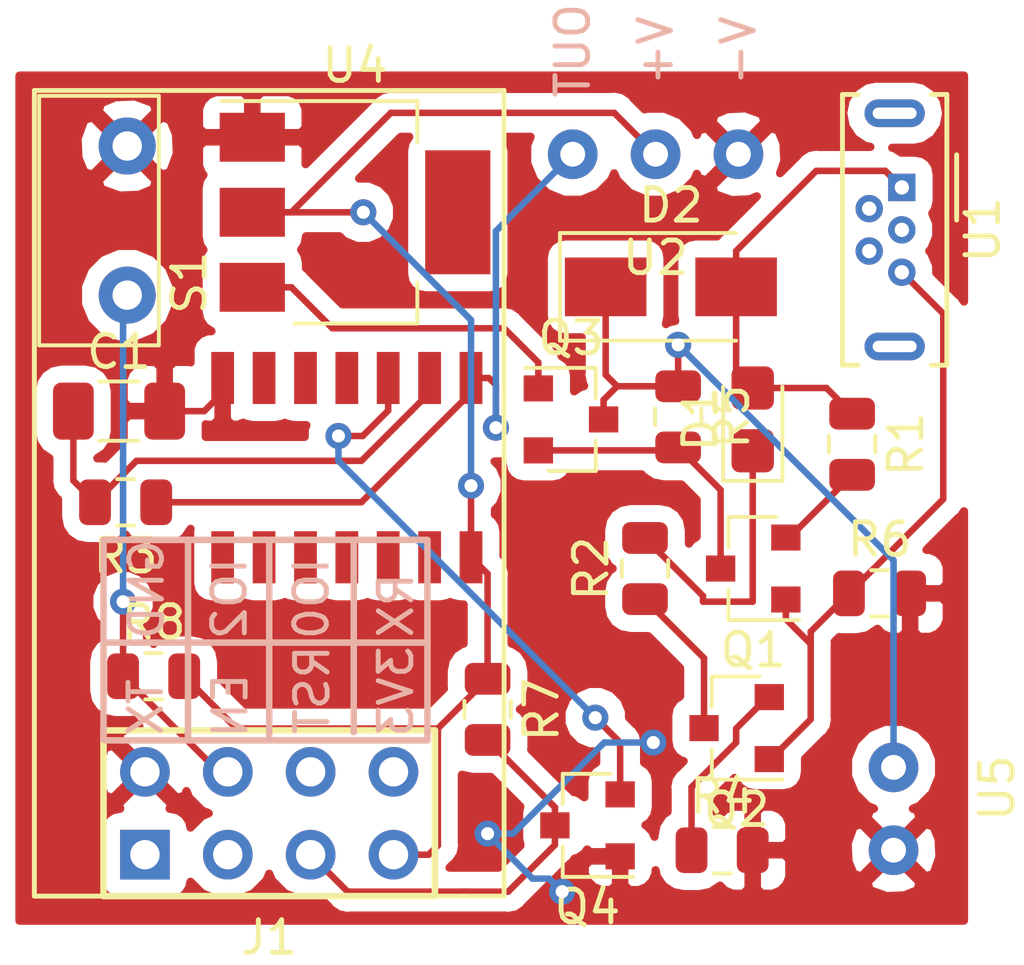
<source format=kicad_pcb>
(kicad_pcb (version 20171130) (host pcbnew 5.0.2+dfsg1-1)

  (general
    (thickness 1.6)
    (drawings 4)
    (tracks 129)
    (zones 0)
    (modules 22)
    (nets 25)
  )

  (page A4)
  (layers
    (0 F.Cu signal)
    (31 B.Cu signal)
    (32 B.Adhes user)
    (33 F.Adhes user)
    (34 B.Paste user)
    (35 F.Paste user)
    (36 B.SilkS user)
    (37 F.SilkS user)
    (38 B.Mask user)
    (39 F.Mask user)
    (40 Dwgs.User user)
    (41 Cmts.User user)
    (42 Eco1.User user)
    (43 Eco2.User user)
    (44 Edge.Cuts user)
    (45 Margin user)
    (46 B.CrtYd user)
    (47 F.CrtYd user)
    (48 B.Fab user)
    (49 F.Fab user hide)
  )

  (setup
    (last_trace_width 0.2)
    (trace_clearance 0.2)
    (zone_clearance 0.508)
    (zone_45_only no)
    (trace_min 0.2)
    (segment_width 0.2)
    (edge_width 0.15)
    (via_size 0.8)
    (via_drill 0.4)
    (via_min_size 0.4)
    (via_min_drill 0.3)
    (uvia_size 0.3)
    (uvia_drill 0.1)
    (uvias_allowed no)
    (uvia_min_size 0.2)
    (uvia_min_drill 0.1)
    (pcb_text_width 0.3)
    (pcb_text_size 1.5 1.5)
    (mod_edge_width 0.15)
    (mod_text_size 1 1)
    (mod_text_width 0.15)
    (pad_size 1.524 1.524)
    (pad_drill 0.762)
    (pad_to_mask_clearance 0.051)
    (solder_mask_min_width 0.25)
    (aux_axis_origin 0 0)
    (visible_elements FFFFFF7F)
    (pcbplotparams
      (layerselection 0x010fc_ffffffff)
      (usegerberextensions false)
      (usegerberattributes false)
      (usegerberadvancedattributes false)
      (creategerberjobfile false)
      (excludeedgelayer true)
      (linewidth 0.100000)
      (plotframeref false)
      (viasonmask false)
      (mode 1)
      (useauxorigin false)
      (hpglpennumber 1)
      (hpglpenspeed 20)
      (hpglpendiameter 15.000000)
      (psnegative false)
      (psa4output false)
      (plotreference true)
      (plotvalue true)
      (plotinvisibletext false)
      (padsonsilk false)
      (subtractmaskfromsilk false)
      (outputformat 1)
      (mirror false)
      (drillshape 1)
      (scaleselection 1)
      (outputdirectory ""))
  )

  (net 0 "")
  (net 1 GND)
  (net 2 "Net-(C1-Pad1)")
  (net 3 "Net-(D1-Pad2)")
  (net 4 "Net-(D2-Pad1)")
  (net 5 "Net-(J1-Pad1)")
  (net 6 "Net-(J1-Pad2)")
  (net 7 "Net-(J1-Pad3)")
  (net 8 +3V3)
  (net 9 "Net-(J1-Pad5)")
  (net 10 "Net-(J1-Pad6)")
  (net 11 "Net-(J1-Pad7)")
  (net 12 "Net-(Q1-Pad3)")
  (net 13 "Net-(Q1-Pad1)")
  (net 14 Earth)
  (net 15 "Net-(Q2-Pad1)")
  (net 16 "Net-(Q2-Pad3)")
  (net 17 "Net-(Q3-Pad2)")
  (net 18 "Net-(Q4-Pad1)")
  (net 19 "Net-(D1-Pad1)")
  (net 20 "Net-(R3-Pad1)")
  (net 21 "Net-(U1-Pad2)")
  (net 22 "Net-(U1-Pad3)")
  (net 23 "Net-(U1-Pad4)")
  (net 24 "Net-(U1-Pad6)")

  (net_class Default "This is the default net class."
    (clearance 0.2)
    (trace_width 0.2)
    (via_dia 0.8)
    (via_drill 0.4)
    (uvia_dia 0.3)
    (uvia_drill 0.1)
    (add_net +3V3)
    (add_net Earth)
    (add_net GND)
    (add_net "Net-(C1-Pad1)")
    (add_net "Net-(D1-Pad1)")
    (add_net "Net-(D1-Pad2)")
    (add_net "Net-(D2-Pad1)")
    (add_net "Net-(J1-Pad1)")
    (add_net "Net-(J1-Pad2)")
    (add_net "Net-(J1-Pad3)")
    (add_net "Net-(J1-Pad5)")
    (add_net "Net-(J1-Pad6)")
    (add_net "Net-(J1-Pad7)")
    (add_net "Net-(Q1-Pad1)")
    (add_net "Net-(Q1-Pad3)")
    (add_net "Net-(Q2-Pad1)")
    (add_net "Net-(Q2-Pad3)")
    (add_net "Net-(Q3-Pad2)")
    (add_net "Net-(Q4-Pad1)")
    (add_net "Net-(R3-Pad1)")
    (add_net "Net-(U1-Pad2)")
    (add_net "Net-(U1-Pad3)")
    (add_net "Net-(U1-Pad4)")
    (add_net "Net-(U1-Pad6)")
  )

  (module fooprint:C_1206_3216Metric (layer F.Cu) (tedit 5B301BBE) (tstamp 6350F5E9)
    (at 130.432 87.63)
    (descr "Capacitor SMD 1206 (3216 Metric), square (rectangular) end terminal, IPC_7351 nominal, (Body size source: http://www.tortai-tech.com/upload/download/2011102023233369053.pdf), generated with kicad-footprint-generator")
    (tags capacitor)
    (path /62D7E544)
    (attr smd)
    (fp_text reference C1 (at 0 -1.82) (layer F.SilkS)
      (effects (font (size 1 1) (thickness 0.15)))
    )
    (fp_text value 1uF (at 0 1.82) (layer F.Fab)
      (effects (font (size 1 1) (thickness 0.15)))
    )
    (fp_text user %R (at 0 0) (layer F.Fab)
      (effects (font (size 0.8 0.8) (thickness 0.12)))
    )
    (fp_line (start 2.28 1.12) (end -2.28 1.12) (layer F.CrtYd) (width 0.05))
    (fp_line (start 2.28 -1.12) (end 2.28 1.12) (layer F.CrtYd) (width 0.05))
    (fp_line (start -2.28 -1.12) (end 2.28 -1.12) (layer F.CrtYd) (width 0.05))
    (fp_line (start -2.28 1.12) (end -2.28 -1.12) (layer F.CrtYd) (width 0.05))
    (fp_line (start -0.602064 0.91) (end 0.602064 0.91) (layer F.SilkS) (width 0.12))
    (fp_line (start -0.602064 -0.91) (end 0.602064 -0.91) (layer F.SilkS) (width 0.12))
    (fp_line (start 1.6 0.8) (end -1.6 0.8) (layer F.Fab) (width 0.1))
    (fp_line (start 1.6 -0.8) (end 1.6 0.8) (layer F.Fab) (width 0.1))
    (fp_line (start -1.6 -0.8) (end 1.6 -0.8) (layer F.Fab) (width 0.1))
    (fp_line (start -1.6 0.8) (end -1.6 -0.8) (layer F.Fab) (width 0.1))
    (pad 2 smd roundrect (at 1.4 0) (size 1.25 1.75) (layers F.Cu F.Paste F.Mask) (roundrect_rratio 0.2)
      (net 1 GND))
    (pad 1 smd roundrect (at -1.4 0) (size 1.25 1.75) (layers F.Cu F.Paste F.Mask) (roundrect_rratio 0.2)
      (net 2 "Net-(C1-Pad1)"))
    (model ${KISYS3DMOD}/Capacitor_SMD.3dshapes/C_1206_3216Metric.wrl
      (at (xyz 0 0 0))
      (scale (xyz 1 1 1))
      (rotate (xyz 0 0 0))
    )
  )

  (module fooprint:LED_0805 (layer F.Cu) (tedit 5B36C52C) (tstamp 6350F5FC)
    (at 149.86 87.884 90)
    (descr "LED SMD 0805 (2012 Metric), castellated end terminal, IPC_7351 nominal, (Body size source: https://docs.google.com/spreadsheets/d/1BsfQQcO9C6DZCsRaXUlFlo91Tg2WpOkGARC1WS5S8t0/edit?usp=sharing), generated with kicad-footprint-generator")
    (tags "LED castellated")
    (path /62DDB092)
    (attr smd)
    (fp_text reference D1 (at 0 -1.6 90) (layer F.SilkS)
      (effects (font (size 1 1) (thickness 0.15)))
    )
    (fp_text value led (at 0 1.6 90) (layer F.Fab)
      (effects (font (size 1 1) (thickness 0.15)))
    )
    (fp_text user %R (at 0 0 90) (layer F.Fab)
      (effects (font (size 0.5 0.5) (thickness 0.08)))
    )
    (fp_line (start 1.88 0.9) (end -1.88 0.9) (layer F.CrtYd) (width 0.05))
    (fp_line (start 1.88 -0.9) (end 1.88 0.9) (layer F.CrtYd) (width 0.05))
    (fp_line (start -1.88 -0.9) (end 1.88 -0.9) (layer F.CrtYd) (width 0.05))
    (fp_line (start -1.88 0.9) (end -1.88 -0.9) (layer F.CrtYd) (width 0.05))
    (fp_line (start -1.885 0.91) (end 1 0.91) (layer F.SilkS) (width 0.12))
    (fp_line (start -1.885 -0.91) (end -1.885 0.91) (layer F.SilkS) (width 0.12))
    (fp_line (start 1 -0.91) (end -1.885 -0.91) (layer F.SilkS) (width 0.12))
    (fp_line (start 1 0.6) (end 1 -0.6) (layer F.Fab) (width 0.1))
    (fp_line (start -1 0.6) (end 1 0.6) (layer F.Fab) (width 0.1))
    (fp_line (start -1 -0.3) (end -1 0.6) (layer F.Fab) (width 0.1))
    (fp_line (start -0.7 -0.6) (end -1 -0.3) (layer F.Fab) (width 0.1))
    (fp_line (start 1 -0.6) (end -0.7 -0.6) (layer F.Fab) (width 0.1))
    (pad 2 smd roundrect (at 0.9625 0 90) (size 1.325 1.3) (layers F.Cu F.Paste F.Mask) (roundrect_rratio 0.192308)
      (net 3 "Net-(D1-Pad2)"))
    (pad 1 smd roundrect (at -0.9625 0 90) (size 1.325 1.3) (layers F.Cu F.Paste F.Mask) (roundrect_rratio 0.192308)
      (net 19 "Net-(D1-Pad1)"))
    (model ${KISYS3DMOD}/LED_SMD.3dshapes/LED_0805_2012Metric_Castellated.wrl
      (at (xyz 0 0 0))
      (scale (xyz 1 1 1))
      (rotate (xyz 0 0 0))
    )
  )

  (module fooprint:D_SMA (layer F.Cu) (tedit 586432E5) (tstamp 6350F614)
    (at 147.352 83.82)
    (descr "Diode SMA (DO-214AC)")
    (tags "Diode SMA (DO-214AC)")
    (path /62D8B994)
    (attr smd)
    (fp_text reference D2 (at 0 -2.5) (layer F.SilkS)
      (effects (font (size 1 1) (thickness 0.15)))
    )
    (fp_text value Diode (at 0 2.6) (layer F.Fab)
      (effects (font (size 1 1) (thickness 0.15)))
    )
    (fp_line (start -3.4 -1.65) (end 2 -1.65) (layer F.SilkS) (width 0.12))
    (fp_line (start -3.4 1.65) (end 2 1.65) (layer F.SilkS) (width 0.12))
    (fp_line (start -0.64944 0.00102) (end 0.50118 -0.79908) (layer F.Fab) (width 0.1))
    (fp_line (start -0.64944 0.00102) (end 0.50118 0.75032) (layer F.Fab) (width 0.1))
    (fp_line (start 0.50118 0.75032) (end 0.50118 -0.79908) (layer F.Fab) (width 0.1))
    (fp_line (start -0.64944 -0.79908) (end -0.64944 0.80112) (layer F.Fab) (width 0.1))
    (fp_line (start 0.50118 0.00102) (end 1.4994 0.00102) (layer F.Fab) (width 0.1))
    (fp_line (start -0.64944 0.00102) (end -1.55114 0.00102) (layer F.Fab) (width 0.1))
    (fp_line (start -3.5 1.75) (end -3.5 -1.75) (layer F.CrtYd) (width 0.05))
    (fp_line (start 3.5 1.75) (end -3.5 1.75) (layer F.CrtYd) (width 0.05))
    (fp_line (start 3.5 -1.75) (end 3.5 1.75) (layer F.CrtYd) (width 0.05))
    (fp_line (start -3.5 -1.75) (end 3.5 -1.75) (layer F.CrtYd) (width 0.05))
    (fp_line (start 2.3 -1.5) (end -2.3 -1.5) (layer F.Fab) (width 0.1))
    (fp_line (start 2.3 -1.5) (end 2.3 1.5) (layer F.Fab) (width 0.1))
    (fp_line (start -2.3 1.5) (end -2.3 -1.5) (layer F.Fab) (width 0.1))
    (fp_line (start 2.3 1.5) (end -2.3 1.5) (layer F.Fab) (width 0.1))
    (fp_line (start -3.4 -1.65) (end -3.4 1.65) (layer F.SilkS) (width 0.12))
    (fp_text user %R (at 0 -2.5) (layer F.Fab)
      (effects (font (size 1 1) (thickness 0.15)))
    )
    (pad 2 smd rect (at 2 0) (size 2.5 1.8) (layers F.Cu F.Paste F.Mask)
      (net 3 "Net-(D1-Pad2)"))
    (pad 1 smd rect (at -2 0) (size 2.5 1.8) (layers F.Cu F.Paste F.Mask)
      (net 4 "Net-(D2-Pad1)"))
    (model ${KISYS3DMOD}/Diode_SMD.3dshapes/D_SMA.wrl
      (at (xyz 0 0 0))
      (scale (xyz 1 1 1))
      (rotate (xyz 0 0 0))
    )
  )

  (module fooprint:ESP8266 (layer F.Cu) (tedit 62DEDD46) (tstamp 63510F06)
    (at 135.037001 99.959001)
    (path /62D81591)
    (fp_text reference J1 (at 0 3.81) (layer F.SilkS)
      (effects (font (size 1 1) (thickness 0.15)))
    )
    (fp_text value ESP8266 (at -0.0254 -3.429) (layer F.Fab)
      (effects (font (size 1 1) (thickness 0.15)))
    )
    (fp_line (start -5.08 2.54) (end -5.08 -2.54) (layer F.SilkS) (width 0.2))
    (fp_line (start -5.08 -2.54) (end 5.08 -2.54) (layer F.SilkS) (width 0.2))
    (fp_line (start 5.08 -2.54) (end 5.08 2.54) (layer F.SilkS) (width 0.2))
    (fp_line (start 5.08 2.54) (end -5.08 2.54) (layer F.SilkS) (width 0.2))
    (fp_line (start -7.2 -22.16) (end 7.2 -22.16) (layer F.SilkS) (width 0.15))
    (fp_line (start 7.2 -22.16) (end 7.2 2.54) (layer F.SilkS) (width 0.15))
    (fp_line (start -7.2 2.54) (end 7.2 2.54) (layer F.SilkS) (width 0.15))
    (fp_line (start -7.2 -22.16) (end -7.2 2.54) (layer F.SilkS) (width 0.15))
    (fp_text user TX (at -3.7846 -3.2512 90) (layer B.SilkS)
      (effects (font (size 1 1) (thickness 0.15)) (justify mirror))
    )
    (fp_text user EN (at -1.1938 -3.302 90) (layer B.SilkS)
      (effects (font (size 1 1) (thickness 0.15)) (justify mirror))
    )
    (fp_text user RST (at 1.3208 -3.7846 90) (layer B.SilkS)
      (effects (font (size 1 1) (thickness 0.15)) (justify mirror))
    )
    (fp_text user 3V3 (at 3.8862 -3.7338 90) (layer B.SilkS)
      (effects (font (size 1 1) (thickness 0.15)) (justify mirror))
    )
    (fp_text user IO0 (at 1.2954 -6.5786 90) (layer B.SilkS)
      (effects (font (size 1 1) (thickness 0.15)) (justify mirror))
    )
    (fp_text user GND (at -3.7592 -6.858 90) (layer B.SilkS)
      (effects (font (size 1 1) (thickness 0.15)) (justify mirror))
    )
    (fp_text user IO2 (at -1.2192 -6.5786 90) (layer B.SilkS)
      (effects (font (size 1 1) (thickness 0.15)) (justify mirror))
    )
    (fp_text user RX (at 3.8862 -6.3754 90) (layer B.SilkS)
      (effects (font (size 1 1) (thickness 0.15)) (justify mirror))
    )
    (fp_line (start -5.18 2.64) (end -5.18 -2.64) (layer F.CrtYd) (width 0.2))
    (fp_line (start -5.1816 -2.667) (end 5.1562 -2.667) (layer F.CrtYd) (width 0.2))
    (fp_line (start 5.18 2.64) (end 5.18 -2.64) (layer F.CrtYd) (width 0.2))
    (fp_line (start -5.08 -2.2606) (end -5.08 -8.3566) (layer B.SilkS) (width 0.2))
    (fp_line (start -5.08 -8.382) (end 4.8514 -8.382) (layer B.SilkS) (width 0.2))
    (fp_line (start 4.8514 -8.3566) (end 4.8514 -2.2352) (layer B.SilkS) (width 0.2))
    (fp_line (start 4.8514 -2.2352) (end -5.0292 -2.2352) (layer B.SilkS) (width 0.2))
    (fp_line (start -2.4892 -8.382) (end -2.4892 -2.286) (layer B.SilkS) (width 0.2))
    (fp_line (start 0 -8.3312) (end 0 -2.286) (layer B.SilkS) (width 0.2))
    (fp_line (start 2.5908 -8.3566) (end 2.5908 -2.4892) (layer B.SilkS) (width 0.2))
    (fp_line (start 4.7244 -5.2324) (end -4.953 -5.2324) (layer B.SilkS) (width 0.2))
    (fp_line (start -5.18 2.64) (end 5.1578 2.64) (layer F.CrtYd) (width 0.2))
    (pad 1 thru_hole rect (at -3.81 1.27) (size 1.524 1.524) (drill 0.9) (layers *.Cu *.Mask)
      (net 5 "Net-(J1-Pad1)"))
    (pad 2 thru_hole circle (at -1.27 1.27) (size 1.524 1.524) (drill 0.9) (layers *.Cu *.Mask)
      (net 6 "Net-(J1-Pad2)"))
    (pad 3 thru_hole circle (at 1.27 1.27) (size 1.524 1.524) (drill 0.9) (layers *.Cu *.Mask)
      (net 7 "Net-(J1-Pad3)"))
    (pad 4 thru_hole circle (at 3.81 1.27) (size 1.524 1.524) (drill 0.9) (layers *.Cu *.Mask)
      (net 8 +3V3))
    (pad 5 thru_hole circle (at 3.81 -1.27) (size 1.524 1.524) (drill 0.9) (layers *.Cu *.Mask)
      (net 9 "Net-(J1-Pad5)"))
    (pad 6 thru_hole circle (at 1.27 -1.27) (size 1.524 1.524) (drill 0.9) (layers *.Cu *.Mask)
      (net 10 "Net-(J1-Pad6)"))
    (pad 7 thru_hole circle (at -1.27 -1.27) (size 1.524 1.524) (drill 0.9) (layers *.Cu *.Mask)
      (net 11 "Net-(J1-Pad7)"))
    (pad 8 thru_hole circle (at -3.81 -1.27) (size 1.524 1.524) (drill 0.9) (layers *.Cu *.Mask)
      (net 1 GND))
  )

  (module fooprint:SOT-23 (layer F.Cu) (tedit 62C9F7AA) (tstamp 6350F651)
    (at 149.876 92.456 180)
    (descr "SOT-23, Standard")
    (tags SOT-23)
    (path /62D879FC)
    (attr smd)
    (fp_text reference Q1 (at 0 -2.5 180) (layer F.SilkS)
      (effects (font (size 1 1) (thickness 0.15)))
    )
    (fp_text value 2n2222 (at 0 2.5 180) (layer F.Fab)
      (effects (font (size 1 1) (thickness 0.15)))
    )
    (fp_line (start 0.76 1.58) (end -0.7 1.58) (layer F.SilkS) (width 0.12))
    (fp_line (start 0.76 -1.58) (end -1.4 -1.58) (layer F.SilkS) (width 0.12))
    (fp_line (start -1.7 1.75) (end -1.7 -1.75) (layer F.CrtYd) (width 0.05))
    (fp_line (start 1.7 1.75) (end -1.7 1.75) (layer F.CrtYd) (width 0.05))
    (fp_line (start 1.7 -1.75) (end 1.7 1.75) (layer F.CrtYd) (width 0.05))
    (fp_line (start -1.7 -1.75) (end 1.7 -1.75) (layer F.CrtYd) (width 0.05))
    (fp_line (start 0.76 -1.58) (end 0.76 -0.65) (layer F.SilkS) (width 0.12))
    (fp_line (start 0.76 1.58) (end 0.76 0.65) (layer F.SilkS) (width 0.12))
    (fp_line (start -0.7 1.52) (end 0.7 1.52) (layer F.Fab) (width 0.1))
    (fp_line (start 0.7 -1.52) (end 0.7 1.52) (layer F.Fab) (width 0.1))
    (fp_line (start -0.7 -0.95) (end -0.15 -1.52) (layer F.Fab) (width 0.1))
    (fp_line (start -0.15 -1.52) (end 0.7 -1.52) (layer F.Fab) (width 0.1))
    (fp_line (start -0.7 -0.95) (end -0.7 1.5) (layer F.Fab) (width 0.1))
    (fp_text user %R (at 0 0 270) (layer F.Fab)
      (effects (font (size 0.5 0.5) (thickness 0.075)))
    )
    (pad 3 smd rect (at 1 0 180) (size 0.9 0.8) (layers F.Cu F.Paste F.Mask)
      (net 12 "Net-(Q1-Pad3)"))
    (pad 1 smd rect (at -1 0.95 180) (size 0.9 0.8) (layers F.Cu F.Paste F.Mask)
      (net 13 "Net-(Q1-Pad1)"))
    (pad 2 smd rect (at -1 -0.95 180) (size 0.9 0.8) (layers F.Cu F.Paste F.Mask)
      (net 14 Earth))
    (model ${KISYS3DMOD}/Package_TO_SOT_SMD.3dshapes/SOT-23.wrl
      (at (xyz 0 0 0))
      (scale (xyz 1 1 1))
      (rotate (xyz 0 0 0))
    )
  )

  (module fooprint:SOT-23 (layer F.Cu) (tedit 62C9F7AA) (tstamp 6350F666)
    (at 149.368 97.348 180)
    (descr "SOT-23, Standard")
    (tags SOT-23)
    (path /62DDDE2A)
    (attr smd)
    (fp_text reference Q2 (at 0 -2.5 180) (layer F.SilkS)
      (effects (font (size 1 1) (thickness 0.15)))
    )
    (fp_text value 2n2222 (at 0 2.5 180) (layer F.Fab)
      (effects (font (size 1 1) (thickness 0.15)))
    )
    (fp_text user %R (at 0 0 270) (layer F.Fab)
      (effects (font (size 0.5 0.5) (thickness 0.075)))
    )
    (fp_line (start -0.7 -0.95) (end -0.7 1.5) (layer F.Fab) (width 0.1))
    (fp_line (start -0.15 -1.52) (end 0.7 -1.52) (layer F.Fab) (width 0.1))
    (fp_line (start -0.7 -0.95) (end -0.15 -1.52) (layer F.Fab) (width 0.1))
    (fp_line (start 0.7 -1.52) (end 0.7 1.52) (layer F.Fab) (width 0.1))
    (fp_line (start -0.7 1.52) (end 0.7 1.52) (layer F.Fab) (width 0.1))
    (fp_line (start 0.76 1.58) (end 0.76 0.65) (layer F.SilkS) (width 0.12))
    (fp_line (start 0.76 -1.58) (end 0.76 -0.65) (layer F.SilkS) (width 0.12))
    (fp_line (start -1.7 -1.75) (end 1.7 -1.75) (layer F.CrtYd) (width 0.05))
    (fp_line (start 1.7 -1.75) (end 1.7 1.75) (layer F.CrtYd) (width 0.05))
    (fp_line (start 1.7 1.75) (end -1.7 1.75) (layer F.CrtYd) (width 0.05))
    (fp_line (start -1.7 1.75) (end -1.7 -1.75) (layer F.CrtYd) (width 0.05))
    (fp_line (start 0.76 -1.58) (end -1.4 -1.58) (layer F.SilkS) (width 0.12))
    (fp_line (start 0.76 1.58) (end -0.7 1.58) (layer F.SilkS) (width 0.12))
    (pad 2 smd rect (at -1 -0.95 180) (size 0.9 0.8) (layers F.Cu F.Paste F.Mask)
      (net 14 Earth))
    (pad 1 smd rect (at -1 0.95 180) (size 0.9 0.8) (layers F.Cu F.Paste F.Mask)
      (net 15 "Net-(Q2-Pad1)"))
    (pad 3 smd rect (at 1 0 180) (size 0.9 0.8) (layers F.Cu F.Paste F.Mask)
      (net 16 "Net-(Q2-Pad3)"))
    (model ${KISYS3DMOD}/Package_TO_SOT_SMD.3dshapes/SOT-23.wrl
      (at (xyz 0 0 0))
      (scale (xyz 1 1 1))
      (rotate (xyz 0 0 0))
    )
  )

  (module fooprint:SOT-23 (layer F.Cu) (tedit 62C9F7AA) (tstamp 6350F67B)
    (at 144.288 87.884)
    (descr "SOT-23, Standard")
    (tags SOT-23)
    (path /62D87FF4)
    (attr smd)
    (fp_text reference Q3 (at 0 -2.5) (layer F.SilkS)
      (effects (font (size 1 1) (thickness 0.15)))
    )
    (fp_text value 2n2222 (at 0 2.5) (layer F.Fab)
      (effects (font (size 1 1) (thickness 0.15)))
    )
    (fp_text user %R (at 0 0 90) (layer F.Fab)
      (effects (font (size 0.5 0.5) (thickness 0.075)))
    )
    (fp_line (start -0.7 -0.95) (end -0.7 1.5) (layer F.Fab) (width 0.1))
    (fp_line (start -0.15 -1.52) (end 0.7 -1.52) (layer F.Fab) (width 0.1))
    (fp_line (start -0.7 -0.95) (end -0.15 -1.52) (layer F.Fab) (width 0.1))
    (fp_line (start 0.7 -1.52) (end 0.7 1.52) (layer F.Fab) (width 0.1))
    (fp_line (start -0.7 1.52) (end 0.7 1.52) (layer F.Fab) (width 0.1))
    (fp_line (start 0.76 1.58) (end 0.76 0.65) (layer F.SilkS) (width 0.12))
    (fp_line (start 0.76 -1.58) (end 0.76 -0.65) (layer F.SilkS) (width 0.12))
    (fp_line (start -1.7 -1.75) (end 1.7 -1.75) (layer F.CrtYd) (width 0.05))
    (fp_line (start 1.7 -1.75) (end 1.7 1.75) (layer F.CrtYd) (width 0.05))
    (fp_line (start 1.7 1.75) (end -1.7 1.75) (layer F.CrtYd) (width 0.05))
    (fp_line (start -1.7 1.75) (end -1.7 -1.75) (layer F.CrtYd) (width 0.05))
    (fp_line (start 0.76 -1.58) (end -1.4 -1.58) (layer F.SilkS) (width 0.12))
    (fp_line (start 0.76 1.58) (end -0.7 1.58) (layer F.SilkS) (width 0.12))
    (pad 2 smd rect (at -1 -0.95) (size 0.9 0.8) (layers F.Cu F.Paste F.Mask)
      (net 17 "Net-(Q3-Pad2)"))
    (pad 1 smd rect (at -1 0.95) (size 0.9 0.8) (layers F.Cu F.Paste F.Mask)
      (net 12 "Net-(Q1-Pad3)"))
    (pad 3 smd rect (at 1 0) (size 0.9 0.8) (layers F.Cu F.Paste F.Mask)
      (net 4 "Net-(D2-Pad1)"))
    (model ${KISYS3DMOD}/Package_TO_SOT_SMD.3dshapes/SOT-23.wrl
      (at (xyz 0 0 0))
      (scale (xyz 1 1 1))
      (rotate (xyz 0 0 0))
    )
  )

  (module fooprint:SOT-23 (layer F.Cu) (tedit 62C9F7AA) (tstamp 6350F690)
    (at 144.796 100.33 180)
    (descr "SOT-23, Standard")
    (tags SOT-23)
    (path /62D80C6C)
    (attr smd)
    (fp_text reference Q4 (at 0 -2.5 180) (layer F.SilkS)
      (effects (font (size 1 1) (thickness 0.15)))
    )
    (fp_text value 2n2222 (at 0 2.5 180) (layer F.Fab)
      (effects (font (size 1 1) (thickness 0.15)))
    )
    (fp_line (start 0.76 1.58) (end -0.7 1.58) (layer F.SilkS) (width 0.12))
    (fp_line (start 0.76 -1.58) (end -1.4 -1.58) (layer F.SilkS) (width 0.12))
    (fp_line (start -1.7 1.75) (end -1.7 -1.75) (layer F.CrtYd) (width 0.05))
    (fp_line (start 1.7 1.75) (end -1.7 1.75) (layer F.CrtYd) (width 0.05))
    (fp_line (start 1.7 -1.75) (end 1.7 1.75) (layer F.CrtYd) (width 0.05))
    (fp_line (start -1.7 -1.75) (end 1.7 -1.75) (layer F.CrtYd) (width 0.05))
    (fp_line (start 0.76 -1.58) (end 0.76 -0.65) (layer F.SilkS) (width 0.12))
    (fp_line (start 0.76 1.58) (end 0.76 0.65) (layer F.SilkS) (width 0.12))
    (fp_line (start -0.7 1.52) (end 0.7 1.52) (layer F.Fab) (width 0.1))
    (fp_line (start 0.7 -1.52) (end 0.7 1.52) (layer F.Fab) (width 0.1))
    (fp_line (start -0.7 -0.95) (end -0.15 -1.52) (layer F.Fab) (width 0.1))
    (fp_line (start -0.15 -1.52) (end 0.7 -1.52) (layer F.Fab) (width 0.1))
    (fp_line (start -0.7 -0.95) (end -0.7 1.5) (layer F.Fab) (width 0.1))
    (fp_text user %R (at 0 0 270) (layer F.Fab)
      (effects (font (size 0.5 0.5) (thickness 0.075)))
    )
    (pad 3 smd rect (at 1 0 180) (size 0.9 0.8) (layers F.Cu F.Paste F.Mask)
      (net 7 "Net-(J1-Pad3)"))
    (pad 1 smd rect (at -1 0.95 180) (size 0.9 0.8) (layers F.Cu F.Paste F.Mask)
      (net 18 "Net-(Q4-Pad1)"))
    (pad 2 smd rect (at -1 -0.95 180) (size 0.9 0.8) (layers F.Cu F.Paste F.Mask)
      (net 1 GND))
    (model ${KISYS3DMOD}/Package_TO_SOT_SMD.3dshapes/SOT-23.wrl
      (at (xyz 0 0 0))
      (scale (xyz 1 1 1))
      (rotate (xyz 0 0 0))
    )
  )

  (module fooprint:R_0805_2012Metric (layer F.Cu) (tedit 5B36C52B) (tstamp 63511072)
    (at 152.908 88.646 270)
    (descr "Resistor SMD 0805 (2012 Metric), square (rectangular) end terminal, IPC_7351 nominal, (Body size source: https://docs.google.com/spreadsheets/d/1BsfQQcO9C6DZCsRaXUlFlo91Tg2WpOkGARC1WS5S8t0/edit?usp=sharing), generated with kicad-footprint-generator")
    (tags resistor)
    (path /62D8ABE7)
    (attr smd)
    (fp_text reference R1 (at 0 -1.65 270) (layer F.SilkS)
      (effects (font (size 1 1) (thickness 0.15)))
    )
    (fp_text value 1k (at 0 1.65 270) (layer F.Fab)
      (effects (font (size 1 1) (thickness 0.15)))
    )
    (fp_text user %R (at 0 0 270) (layer F.Fab)
      (effects (font (size 0.5 0.5) (thickness 0.08)))
    )
    (fp_line (start 1.68 0.95) (end -1.68 0.95) (layer F.CrtYd) (width 0.05))
    (fp_line (start 1.68 -0.95) (end 1.68 0.95) (layer F.CrtYd) (width 0.05))
    (fp_line (start -1.68 -0.95) (end 1.68 -0.95) (layer F.CrtYd) (width 0.05))
    (fp_line (start -1.68 0.95) (end -1.68 -0.95) (layer F.CrtYd) (width 0.05))
    (fp_line (start -0.258578 0.71) (end 0.258578 0.71) (layer F.SilkS) (width 0.12))
    (fp_line (start -0.258578 -0.71) (end 0.258578 -0.71) (layer F.SilkS) (width 0.12))
    (fp_line (start 1 0.6) (end -1 0.6) (layer F.Fab) (width 0.1))
    (fp_line (start 1 -0.6) (end 1 0.6) (layer F.Fab) (width 0.1))
    (fp_line (start -1 -0.6) (end 1 -0.6) (layer F.Fab) (width 0.1))
    (fp_line (start -1 0.6) (end -1 -0.6) (layer F.Fab) (width 0.1))
    (pad 2 smd roundrect (at 0.9375 0 270) (size 0.975 1.4) (layers F.Cu F.Paste F.Mask) (roundrect_rratio 0.25)
      (net 13 "Net-(Q1-Pad1)"))
    (pad 1 smd roundrect (at -0.9375 0 270) (size 0.975 1.4) (layers F.Cu F.Paste F.Mask) (roundrect_rratio 0.25)
      (net 3 "Net-(D1-Pad2)"))
    (model ${KISYS3DMOD}/Resistor_SMD.3dshapes/R_0805_2012Metric.wrl
      (at (xyz 0 0 0))
      (scale (xyz 1 1 1))
      (rotate (xyz 0 0 0))
    )
  )

  (module fooprint:R_0805_2012Metric (layer F.Cu) (tedit 5B36C52B) (tstamp 6350F6B2)
    (at 146.558 92.456 90)
    (descr "Resistor SMD 0805 (2012 Metric), square (rectangular) end terminal, IPC_7351 nominal, (Body size source: https://docs.google.com/spreadsheets/d/1BsfQQcO9C6DZCsRaXUlFlo91Tg2WpOkGARC1WS5S8t0/edit?usp=sharing), generated with kicad-footprint-generator")
    (tags resistor)
    (path /62DDCD89)
    (attr smd)
    (fp_text reference R2 (at 0 -1.65 90) (layer F.SilkS)
      (effects (font (size 1 1) (thickness 0.15)))
    )
    (fp_text value 200R (at 0 1.65 90) (layer F.Fab)
      (effects (font (size 1 1) (thickness 0.15)))
    )
    (fp_line (start -1 0.6) (end -1 -0.6) (layer F.Fab) (width 0.1))
    (fp_line (start -1 -0.6) (end 1 -0.6) (layer F.Fab) (width 0.1))
    (fp_line (start 1 -0.6) (end 1 0.6) (layer F.Fab) (width 0.1))
    (fp_line (start 1 0.6) (end -1 0.6) (layer F.Fab) (width 0.1))
    (fp_line (start -0.258578 -0.71) (end 0.258578 -0.71) (layer F.SilkS) (width 0.12))
    (fp_line (start -0.258578 0.71) (end 0.258578 0.71) (layer F.SilkS) (width 0.12))
    (fp_line (start -1.68 0.95) (end -1.68 -0.95) (layer F.CrtYd) (width 0.05))
    (fp_line (start -1.68 -0.95) (end 1.68 -0.95) (layer F.CrtYd) (width 0.05))
    (fp_line (start 1.68 -0.95) (end 1.68 0.95) (layer F.CrtYd) (width 0.05))
    (fp_line (start 1.68 0.95) (end -1.68 0.95) (layer F.CrtYd) (width 0.05))
    (fp_text user %R (at 0 0 90) (layer F.Fab)
      (effects (font (size 0.5 0.5) (thickness 0.08)))
    )
    (pad 1 smd roundrect (at -0.9375 0 90) (size 0.975 1.4) (layers F.Cu F.Paste F.Mask) (roundrect_rratio 0.25)
      (net 16 "Net-(Q2-Pad3)"))
    (pad 2 smd roundrect (at 0.9375 0 90) (size 0.975 1.4) (layers F.Cu F.Paste F.Mask) (roundrect_rratio 0.25)
      (net 19 "Net-(D1-Pad1)"))
    (model ${KISYS3DMOD}/Resistor_SMD.3dshapes/R_0805_2012Metric.wrl
      (at (xyz 0 0 0))
      (scale (xyz 1 1 1))
      (rotate (xyz 0 0 0))
    )
  )

  (module fooprint:R_0805_2012Metric (layer F.Cu) (tedit 5B36C52B) (tstamp 6350F6C3)
    (at 130.6345 90.424 180)
    (descr "Resistor SMD 0805 (2012 Metric), square (rectangular) end terminal, IPC_7351 nominal, (Body size source: https://docs.google.com/spreadsheets/d/1BsfQQcO9C6DZCsRaXUlFlo91Tg2WpOkGARC1WS5S8t0/edit?usp=sharing), generated with kicad-footprint-generator")
    (tags resistor)
    (path /62D7E27D)
    (attr smd)
    (fp_text reference R3 (at 0 -1.65 180) (layer F.SilkS)
      (effects (font (size 1 1) (thickness 0.15)))
    )
    (fp_text value 1k (at 0 1.65 180) (layer F.Fab)
      (effects (font (size 1 1) (thickness 0.15)))
    )
    (fp_line (start -1 0.6) (end -1 -0.6) (layer F.Fab) (width 0.1))
    (fp_line (start -1 -0.6) (end 1 -0.6) (layer F.Fab) (width 0.1))
    (fp_line (start 1 -0.6) (end 1 0.6) (layer F.Fab) (width 0.1))
    (fp_line (start 1 0.6) (end -1 0.6) (layer F.Fab) (width 0.1))
    (fp_line (start -0.258578 -0.71) (end 0.258578 -0.71) (layer F.SilkS) (width 0.12))
    (fp_line (start -0.258578 0.71) (end 0.258578 0.71) (layer F.SilkS) (width 0.12))
    (fp_line (start -1.68 0.95) (end -1.68 -0.95) (layer F.CrtYd) (width 0.05))
    (fp_line (start -1.68 -0.95) (end 1.68 -0.95) (layer F.CrtYd) (width 0.05))
    (fp_line (start 1.68 -0.95) (end 1.68 0.95) (layer F.CrtYd) (width 0.05))
    (fp_line (start 1.68 0.95) (end -1.68 0.95) (layer F.CrtYd) (width 0.05))
    (fp_text user %R (at 0 0 180) (layer F.Fab)
      (effects (font (size 0.5 0.5) (thickness 0.08)))
    )
    (pad 1 smd roundrect (at -0.9375 0 180) (size 0.975 1.4) (layers F.Cu F.Paste F.Mask) (roundrect_rratio 0.25)
      (net 20 "Net-(R3-Pad1)"))
    (pad 2 smd roundrect (at 0.9375 0 180) (size 0.975 1.4) (layers F.Cu F.Paste F.Mask) (roundrect_rratio 0.25)
      (net 2 "Net-(C1-Pad1)"))
    (model ${KISYS3DMOD}/Resistor_SMD.3dshapes/R_0805_2012Metric.wrl
      (at (xyz 0 0 0))
      (scale (xyz 1 1 1))
      (rotate (xyz 0 0 0))
    )
  )

  (module fooprint:R_0805_2012Metric (layer F.Cu) (tedit 5B36C52B) (tstamp 6350F6D4)
    (at 148.9225 101.092)
    (descr "Resistor SMD 0805 (2012 Metric), square (rectangular) end terminal, IPC_7351 nominal, (Body size source: https://docs.google.com/spreadsheets/d/1BsfQQcO9C6DZCsRaXUlFlo91Tg2WpOkGARC1WS5S8t0/edit?usp=sharing), generated with kicad-footprint-generator")
    (tags resistor)
    (path /62DE99EA)
    (attr smd)
    (fp_text reference R4 (at 0 -1.65) (layer F.SilkS)
      (effects (font (size 1 1) (thickness 0.15)))
    )
    (fp_text value 1R (at 0 1.65) (layer F.Fab)
      (effects (font (size 1 1) (thickness 0.15)))
    )
    (fp_text user %R (at 0 0) (layer F.Fab)
      (effects (font (size 0.5 0.5) (thickness 0.08)))
    )
    (fp_line (start 1.68 0.95) (end -1.68 0.95) (layer F.CrtYd) (width 0.05))
    (fp_line (start 1.68 -0.95) (end 1.68 0.95) (layer F.CrtYd) (width 0.05))
    (fp_line (start -1.68 -0.95) (end 1.68 -0.95) (layer F.CrtYd) (width 0.05))
    (fp_line (start -1.68 0.95) (end -1.68 -0.95) (layer F.CrtYd) (width 0.05))
    (fp_line (start -0.258578 0.71) (end 0.258578 0.71) (layer F.SilkS) (width 0.12))
    (fp_line (start -0.258578 -0.71) (end 0.258578 -0.71) (layer F.SilkS) (width 0.12))
    (fp_line (start 1 0.6) (end -1 0.6) (layer F.Fab) (width 0.1))
    (fp_line (start 1 -0.6) (end 1 0.6) (layer F.Fab) (width 0.1))
    (fp_line (start -1 -0.6) (end 1 -0.6) (layer F.Fab) (width 0.1))
    (fp_line (start -1 0.6) (end -1 -0.6) (layer F.Fab) (width 0.1))
    (pad 2 smd roundrect (at 0.9375 0) (size 0.975 1.4) (layers F.Cu F.Paste F.Mask) (roundrect_rratio 0.25)
      (net 1 GND))
    (pad 1 smd roundrect (at -0.9375 0) (size 0.975 1.4) (layers F.Cu F.Paste F.Mask) (roundrect_rratio 0.25)
      (net 15 "Net-(Q2-Pad1)"))
    (model ${KISYS3DMOD}/Resistor_SMD.3dshapes/R_0805_2012Metric.wrl
      (at (xyz 0 0 0))
      (scale (xyz 1 1 1))
      (rotate (xyz 0 0 0))
    )
  )

  (module fooprint:R_0805_2012Metric (layer F.Cu) (tedit 5B36C52B) (tstamp 6350F6E5)
    (at 147.574 87.8055 270)
    (descr "Resistor SMD 0805 (2012 Metric), square (rectangular) end terminal, IPC_7351 nominal, (Body size source: https://docs.google.com/spreadsheets/d/1BsfQQcO9C6DZCsRaXUlFlo91Tg2WpOkGARC1WS5S8t0/edit?usp=sharing), generated with kicad-footprint-generator")
    (tags resistor)
    (path /62D89A59)
    (attr smd)
    (fp_text reference R5 (at 0 -1.65 270) (layer F.SilkS)
      (effects (font (size 1 1) (thickness 0.15)))
    )
    (fp_text value 1k (at 0 1.65 270) (layer F.Fab)
      (effects (font (size 1 1) (thickness 0.15)))
    )
    (fp_text user %R (at 0 0 270) (layer F.Fab)
      (effects (font (size 0.5 0.5) (thickness 0.08)))
    )
    (fp_line (start 1.68 0.95) (end -1.68 0.95) (layer F.CrtYd) (width 0.05))
    (fp_line (start 1.68 -0.95) (end 1.68 0.95) (layer F.CrtYd) (width 0.05))
    (fp_line (start -1.68 -0.95) (end 1.68 -0.95) (layer F.CrtYd) (width 0.05))
    (fp_line (start -1.68 0.95) (end -1.68 -0.95) (layer F.CrtYd) (width 0.05))
    (fp_line (start -0.258578 0.71) (end 0.258578 0.71) (layer F.SilkS) (width 0.12))
    (fp_line (start -0.258578 -0.71) (end 0.258578 -0.71) (layer F.SilkS) (width 0.12))
    (fp_line (start 1 0.6) (end -1 0.6) (layer F.Fab) (width 0.1))
    (fp_line (start 1 -0.6) (end 1 0.6) (layer F.Fab) (width 0.1))
    (fp_line (start -1 -0.6) (end 1 -0.6) (layer F.Fab) (width 0.1))
    (fp_line (start -1 0.6) (end -1 -0.6) (layer F.Fab) (width 0.1))
    (pad 2 smd roundrect (at 0.9375 0 270) (size 0.975 1.4) (layers F.Cu F.Paste F.Mask) (roundrect_rratio 0.25)
      (net 12 "Net-(Q1-Pad3)"))
    (pad 1 smd roundrect (at -0.9375 0 270) (size 0.975 1.4) (layers F.Cu F.Paste F.Mask) (roundrect_rratio 0.25)
      (net 4 "Net-(D2-Pad1)"))
    (model ${KISYS3DMOD}/Resistor_SMD.3dshapes/R_0805_2012Metric.wrl
      (at (xyz 0 0 0))
      (scale (xyz 1 1 1))
      (rotate (xyz 0 0 0))
    )
  )

  (module fooprint:R_0805_2012Metric (layer F.Cu) (tedit 5B36C52B) (tstamp 6350F6F6)
    (at 153.7485 93.218)
    (descr "Resistor SMD 0805 (2012 Metric), square (rectangular) end terminal, IPC_7351 nominal, (Body size source: https://docs.google.com/spreadsheets/d/1BsfQQcO9C6DZCsRaXUlFlo91Tg2WpOkGARC1WS5S8t0/edit?usp=sharing), generated with kicad-footprint-generator")
    (tags resistor)
    (path /62DEAA7E)
    (attr smd)
    (fp_text reference R6 (at 0 -1.65) (layer F.SilkS)
      (effects (font (size 1 1) (thickness 0.15)))
    )
    (fp_text value 7.5R (at 0 1.65) (layer F.Fab)
      (effects (font (size 1 1) (thickness 0.15)))
    )
    (fp_line (start -1 0.6) (end -1 -0.6) (layer F.Fab) (width 0.1))
    (fp_line (start -1 -0.6) (end 1 -0.6) (layer F.Fab) (width 0.1))
    (fp_line (start 1 -0.6) (end 1 0.6) (layer F.Fab) (width 0.1))
    (fp_line (start 1 0.6) (end -1 0.6) (layer F.Fab) (width 0.1))
    (fp_line (start -0.258578 -0.71) (end 0.258578 -0.71) (layer F.SilkS) (width 0.12))
    (fp_line (start -0.258578 0.71) (end 0.258578 0.71) (layer F.SilkS) (width 0.12))
    (fp_line (start -1.68 0.95) (end -1.68 -0.95) (layer F.CrtYd) (width 0.05))
    (fp_line (start -1.68 -0.95) (end 1.68 -0.95) (layer F.CrtYd) (width 0.05))
    (fp_line (start 1.68 -0.95) (end 1.68 0.95) (layer F.CrtYd) (width 0.05))
    (fp_line (start 1.68 0.95) (end -1.68 0.95) (layer F.CrtYd) (width 0.05))
    (fp_text user %R (at 0 0) (layer F.Fab)
      (effects (font (size 0.5 0.5) (thickness 0.08)))
    )
    (pad 1 smd roundrect (at -0.9375 0) (size 0.975 1.4) (layers F.Cu F.Paste F.Mask) (roundrect_rratio 0.25)
      (net 14 Earth))
    (pad 2 smd roundrect (at 0.9375 0) (size 0.975 1.4) (layers F.Cu F.Paste F.Mask) (roundrect_rratio 0.25)
      (net 1 GND))
    (model ${KISYS3DMOD}/Resistor_SMD.3dshapes/R_0805_2012Metric.wrl
      (at (xyz 0 0 0))
      (scale (xyz 1 1 1))
      (rotate (xyz 0 0 0))
    )
  )

  (module fooprint:R_0805_2012Metric (layer F.Cu) (tedit 5B36C52B) (tstamp 6350F707)
    (at 141.732 96.774 270)
    (descr "Resistor SMD 0805 (2012 Metric), square (rectangular) end terminal, IPC_7351 nominal, (Body size source: https://docs.google.com/spreadsheets/d/1BsfQQcO9C6DZCsRaXUlFlo91Tg2WpOkGARC1WS5S8t0/edit?usp=sharing), generated with kicad-footprint-generator")
    (tags resistor)
    (path /62D8108F)
    (attr smd)
    (fp_text reference R7 (at 0 -1.65 270) (layer F.SilkS)
      (effects (font (size 1 1) (thickness 0.15)))
    )
    (fp_text value 1k (at 0 1.65 270) (layer F.Fab)
      (effects (font (size 1 1) (thickness 0.15)))
    )
    (fp_line (start -1 0.6) (end -1 -0.6) (layer F.Fab) (width 0.1))
    (fp_line (start -1 -0.6) (end 1 -0.6) (layer F.Fab) (width 0.1))
    (fp_line (start 1 -0.6) (end 1 0.6) (layer F.Fab) (width 0.1))
    (fp_line (start 1 0.6) (end -1 0.6) (layer F.Fab) (width 0.1))
    (fp_line (start -0.258578 -0.71) (end 0.258578 -0.71) (layer F.SilkS) (width 0.12))
    (fp_line (start -0.258578 0.71) (end 0.258578 0.71) (layer F.SilkS) (width 0.12))
    (fp_line (start -1.68 0.95) (end -1.68 -0.95) (layer F.CrtYd) (width 0.05))
    (fp_line (start -1.68 -0.95) (end 1.68 -0.95) (layer F.CrtYd) (width 0.05))
    (fp_line (start 1.68 -0.95) (end 1.68 0.95) (layer F.CrtYd) (width 0.05))
    (fp_line (start 1.68 0.95) (end -1.68 0.95) (layer F.CrtYd) (width 0.05))
    (fp_text user %R (at 0 0 270) (layer F.Fab)
      (effects (font (size 0.5 0.5) (thickness 0.08)))
    )
    (pad 1 smd roundrect (at -0.9375 0 270) (size 0.975 1.4) (layers F.Cu F.Paste F.Mask) (roundrect_rratio 0.25)
      (net 8 +3V3))
    (pad 2 smd roundrect (at 0.9375 0 270) (size 0.975 1.4) (layers F.Cu F.Paste F.Mask) (roundrect_rratio 0.25)
      (net 7 "Net-(J1-Pad3)"))
    (model ${KISYS3DMOD}/Resistor_SMD.3dshapes/R_0805_2012Metric.wrl
      (at (xyz 0 0 0))
      (scale (xyz 1 1 1))
      (rotate (xyz 0 0 0))
    )
  )

  (module fooprint:R_0805_2012Metric (layer F.Cu) (tedit 5B36C52B) (tstamp 6350F718)
    (at 131.4935 95.758)
    (descr "Resistor SMD 0805 (2012 Metric), square (rectangular) end terminal, IPC_7351 nominal, (Body size source: https://docs.google.com/spreadsheets/d/1BsfQQcO9C6DZCsRaXUlFlo91Tg2WpOkGARC1WS5S8t0/edit?usp=sharing), generated with kicad-footprint-generator")
    (tags resistor)
    (path /62DB07BB)
    (attr smd)
    (fp_text reference R8 (at 0 -1.65) (layer F.SilkS)
      (effects (font (size 1 1) (thickness 0.15)))
    )
    (fp_text value 1k (at 0 1.65) (layer F.Fab)
      (effects (font (size 1 1) (thickness 0.15)))
    )
    (fp_text user %R (at 0 0) (layer F.Fab)
      (effects (font (size 0.5 0.5) (thickness 0.08)))
    )
    (fp_line (start 1.68 0.95) (end -1.68 0.95) (layer F.CrtYd) (width 0.05))
    (fp_line (start 1.68 -0.95) (end 1.68 0.95) (layer F.CrtYd) (width 0.05))
    (fp_line (start -1.68 -0.95) (end 1.68 -0.95) (layer F.CrtYd) (width 0.05))
    (fp_line (start -1.68 0.95) (end -1.68 -0.95) (layer F.CrtYd) (width 0.05))
    (fp_line (start -0.258578 0.71) (end 0.258578 0.71) (layer F.SilkS) (width 0.12))
    (fp_line (start -0.258578 -0.71) (end 0.258578 -0.71) (layer F.SilkS) (width 0.12))
    (fp_line (start 1 0.6) (end -1 0.6) (layer F.Fab) (width 0.1))
    (fp_line (start 1 -0.6) (end 1 0.6) (layer F.Fab) (width 0.1))
    (fp_line (start -1 -0.6) (end 1 -0.6) (layer F.Fab) (width 0.1))
    (fp_line (start -1 0.6) (end -1 -0.6) (layer F.Fab) (width 0.1))
    (pad 2 smd roundrect (at 0.9375 0) (size 0.975 1.4) (layers F.Cu F.Paste F.Mask) (roundrect_rratio 0.25)
      (net 8 +3V3))
    (pad 1 smd roundrect (at -0.9375 0) (size 0.975 1.4) (layers F.Cu F.Paste F.Mask) (roundrect_rratio 0.25)
      (net 11 "Net-(J1-Pad7)"))
    (model ${KISYS3DMOD}/Resistor_SMD.3dshapes/R_0805_2012Metric.wrl
      (at (xyz 0 0 0))
      (scale (xyz 1 1 1))
      (rotate (xyz 0 0 0))
    )
  )

  (module fooprint:SW_Tactile (layer F.Cu) (tedit 62D163C5) (tstamp 6350F729)
    (at 129.794 81.788 90)
    (descr "tactile switch SPST right angle, PTS645VL39-2 LFS")
    (tags "tactile switch SPST angled PTS645VL39-2 LFS C&K Button")
    (path /62DB2EA5)
    (fp_text reference S1 (at -1.905 2.794 90) (layer F.SilkS)
      (effects (font (size 1 1) (thickness 0.15)))
    )
    (fp_text value switch (at -0.127 4.953 90) (layer F.Fab)
      (effects (font (size 1 1) (thickness 0.15)))
    )
    (fp_line (start -3.824 1.859) (end 3.824 1.859) (layer F.SilkS) (width 0.12))
    (fp_line (start -3.714 1.749) (end -3.714 -1.701) (layer F.CrtYd) (width 0.1))
    (fp_line (start -3.714 -1.701) (end 3.714 -1.701) (layer F.CrtYd) (width 0.1))
    (fp_line (start -3.824 -1.811) (end -3.824 1.859) (layer F.SilkS) (width 0.12))
    (fp_line (start 3.824 -1.811) (end 3.824 1.859) (layer F.SilkS) (width 0.12))
    (fp_line (start -3.824 -1.811) (end 3.824 -1.811) (layer F.SilkS) (width 0.12))
    (fp_line (start 3.714 1.749) (end 3.714 -1.701) (layer F.CrtYd) (width 0.1))
    (fp_line (start -3.714 1.749) (end 3.714 1.749) (layer F.CrtYd) (width 0.1))
    (fp_line (start -1.786 -2.961) (end 1.714 -2.961) (layer F.CrtYd) (width 0.1))
    (fp_line (start 1.714 -2.961) (end 1.714 -1.701) (layer F.CrtYd) (width 0.1))
    (fp_line (start -1.786 -2.961) (end -1.786 -1.701) (layer F.CrtYd) (width 0.1))
    (pad 1 thru_hole circle (at -2.286 0.889 90) (size 1.75 1.75) (drill 0.9) (layers *.Cu *.Mask)
      (net 11 "Net-(J1-Pad7)"))
    (pad 2 thru_hole circle (at 2.286 0.889 90) (size 1.75 1.75) (drill 0.9) (layers *.Cu *.Mask)
      (net 1 GND))
    (model ${KISYS3DMOD}/Button_Switch_THT.3dshapes/SW_Tactile_SPST_Angled_PTS645Vx39-2LFS.wrl
      (at (xyz 0 0 0))
      (scale (xyz 1 1 1))
      (rotate (xyz 0 0 0))
    )
  )

  (module Connector_USB:USB_Micro-B_Wuerth_614105150721_Vertical (layer F.Cu) (tedit 5A142044) (tstamp 6350FB93)
    (at 154.432 80.772 270)
    (descr "USB Micro-B receptacle, through-hole, vertical, http://katalog.we-online.de/em/datasheet/614105150721.pdf")
    (tags "usb micro receptacle vertical")
    (path /62D96F6D)
    (fp_text reference U1 (at 1.3 -2.48 270) (layer F.SilkS)
      (effects (font (size 1 1) (thickness 0.15)))
    )
    (fp_text value "USB micro B" (at 1.3 2.92 270) (layer F.Fab)
      (effects (font (size 1 1) (thickness 0.15)))
    )
    (fp_line (start -2.7 -1.23) (end -1 -1.23) (layer F.Fab) (width 0.15))
    (fp_line (start -1 -1.23) (end 0 -0.23) (layer F.Fab) (width 0.15))
    (fp_line (start 0 -0.23) (end 1 -1.23) (layer F.Fab) (width 0.15))
    (fp_line (start 1 -1.23) (end 5.3 -1.23) (layer F.Fab) (width 0.15))
    (fp_line (start 5.3 -1.23) (end 5.3 1.67) (layer F.Fab) (width 0.15))
    (fp_line (start 5.3 1.67) (end -2.7 1.67) (layer F.Fab) (width 0.15))
    (fp_line (start -2.7 1.67) (end -2.7 -1.23) (layer F.Fab) (width 0.15))
    (fp_line (start -2.85 -0.905) (end -2.85 -1.38) (layer F.SilkS) (width 0.15))
    (fp_line (start -2.85 -1.38) (end 5.45 -1.38) (layer F.SilkS) (width 0.15))
    (fp_line (start 5.45 -1.38) (end 5.45 -0.905) (layer F.SilkS) (width 0.15))
    (fp_line (start -2.85 1.345) (end -2.85 1.82) (layer F.SilkS) (width 0.15))
    (fp_line (start -2.85 1.82) (end 5.45 1.82) (layer F.SilkS) (width 0.15))
    (fp_line (start 5.45 1.82) (end 5.45 1.345) (layer F.SilkS) (width 0.15))
    (fp_line (start -1 -1.68) (end 1 -1.68) (layer F.SilkS) (width 0.15))
    (fp_line (start -3.2 -1.73) (end -3.2 2.17) (layer F.CrtYd) (width 0.05))
    (fp_line (start -3.2 2.17) (end 5.8 2.17) (layer F.CrtYd) (width 0.05))
    (fp_line (start 5.8 2.17) (end 5.8 -1.73) (layer F.CrtYd) (width 0.05))
    (fp_line (start 5.8 -1.73) (end -3.2 -1.73) (layer F.CrtYd) (width 0.05))
    (fp_text user %R (at 1.3 0.22 270) (layer F.Fab)
      (effects (font (size 1 1) (thickness 0.15)))
    )
    (pad 1 thru_hole rect (at 0 0 270) (size 0.84 0.84) (drill 0.44) (layers *.Cu *.Mask)
      (net 3 "Net-(D1-Pad2)"))
    (pad 2 thru_hole circle (at 0.65 1 270) (size 0.84 0.84) (drill 0.44) (layers *.Cu *.Mask)
      (net 21 "Net-(U1-Pad2)"))
    (pad 3 thru_hole circle (at 1.3 0 270) (size 0.84 0.84) (drill 0.44) (layers *.Cu *.Mask)
      (net 22 "Net-(U1-Pad3)"))
    (pad 4 thru_hole circle (at 1.95 1 270) (size 0.84 0.84) (drill 0.44) (layers *.Cu *.Mask)
      (net 23 "Net-(U1-Pad4)"))
    (pad 5 thru_hole circle (at 2.6 0 270) (size 0.84 0.84) (drill 0.44) (layers *.Cu *.Mask)
      (net 14 Earth))
    (pad 6 thru_hole oval (at -2.275 0.22 270) (size 0.85 1.85) (drill oval 0.35 1.35) (layers *.Cu *.Mask)
      (net 24 "Net-(U1-Pad6)"))
    (pad 6 thru_hole oval (at 4.875 0.22 270) (size 0.85 1.85) (drill oval 0.35 1.35) (layers *.Cu *.Mask)
      (net 24 "Net-(U1-Pad6)"))
    (model ${KISYS3DMOD}/Connector_USB.3dshapes/USB_Micro-B_Wuerth_614105150721_Vertical.wrl
      (at (xyz 0 0 0))
      (scale (xyz 1 1 1))
      (rotate (xyz 0 0 0))
    )
  )

  (module fooprint:MS_3pins (layer F.Cu) (tedit 62DEE315) (tstamp 6350F755)
    (at 146.882001 79.754001)
    (path /62DA936D)
    (fp_text reference U2 (at 0 3.175) (layer F.SilkS)
      (effects (font (size 1 1) (thickness 0.15)))
    )
    (fp_text value "movement sensor" (at 0 -3.175) (layer F.Fab)
      (effects (font (size 1 1) (thickness 0.15)))
    )
    (fp_line (start -4.445 -1.905) (end 4.445 -1.905) (layer F.CrtYd) (width 0.25))
    (fp_line (start 4.445 -1.905) (end 4.445 1.905) (layer F.CrtYd) (width 0.25))
    (fp_line (start 4.445 1.905) (end -4.445 1.905) (layer F.CrtYd) (width 0.25))
    (fp_line (start -4.445 1.905) (end -4.445 -1.905) (layer F.CrtYd) (width 0.25))
    (fp_text user V- (at 2.54 -3.175 90) (layer B.SilkS)
      (effects (font (size 1 1) (thickness 0.15)) (justify mirror))
    )
    (fp_text user V+ (at 0 -3.175 90) (layer B.SilkS)
      (effects (font (size 1 1) (thickness 0.15)) (justify mirror))
    )
    (fp_text user OUT (at -2.54 -3.175 90) (layer B.SilkS)
      (effects (font (size 1 1) (thickness 0.15)) (justify mirror))
    )
    (pad 1 thru_hole circle (at 2.54 0) (size 1.524 1.524) (drill 0.762) (layers *.Cu *.Mask)
      (net 1 GND))
    (pad 2 thru_hole circle (at 0 0) (size 1.524 1.524) (drill 0.762) (layers *.Cu *.Mask)
      (net 8 +3V3))
    (pad 3 thru_hole circle (at -2.54 0) (size 1.524 1.524) (drill 0.762) (layers *.Cu *.Mask)
      (net 20 "Net-(R3-Pad1)"))
  )

  (module fooprint:SOP14 (layer F.Cu) (tedit 62DEDF71) (tstamp 6350F76F)
    (at 137.41654 89.36228 180)
    (path /62D7F10B)
    (fp_text reference U3 (at 0 0.65024 180) (layer F.Fab)
      (effects (font (size 0.29972 0.29972) (thickness 0.07493)))
    )
    (fp_text value SN74AHC1G86DBVR (at 0 0 180) (layer F.Fab)
      (effects (font (size 0.29972 0.29972) (thickness 0.07493)))
    )
    (fp_circle (center -3.70078 1.34874) (end -3.50012 1.45034) (layer F.Fab) (width 0.381))
    (fp_circle (center -3.70078 1.34874) (end -3.59918 1.39954) (layer F.Fab) (width 0.381))
    (fp_line (start -4.34848 -2.19964) (end -4.23418 -2.19964) (layer F.Fab) (width 0.14986))
    (fp_line (start 4.23418 -2.19964) (end 4.34848 -2.19964) (layer F.Fab) (width 0.14986))
    (fp_line (start 4.34848 -2.19964) (end 4.34848 2.19964) (layer F.Fab) (width 0.14986))
    (fp_line (start -4.34848 2.19964) (end -4.23418 2.19964) (layer F.Fab) (width 0.14986))
    (fp_line (start 4.23418 2.19964) (end 4.34848 2.19964) (layer F.Fab) (width 0.14986))
    (fp_line (start -4.34848 -2.19964) (end -4.34848 2.19964) (layer F.Fab) (width 0.14986))
    (pad 1 smd rect (at -3.80746 2.74828) (size 0.6985 1.59766) (layers F.Cu F.Paste F.Mask)
      (net 20 "Net-(R3-Pad1)"))
    (pad 2 smd rect (at -2.53746 2.74828) (size 0.6985 1.59766) (layers F.Cu F.Paste F.Mask)
      (net 2 "Net-(C1-Pad1)"))
    (pad 3 smd rect (at -1.26746 2.74828) (size 0.6985 1.59766) (layers F.Cu F.Paste F.Mask)
      (net 18 "Net-(Q4-Pad1)"))
    (pad 4 smd rect (at 0 2.74828) (size 0.6985 1.59766) (layers F.Cu F.Paste F.Mask))
    (pad 5 smd rect (at 1.26746 2.74828) (size 0.6985 1.59766) (layers F.Cu F.Paste F.Mask))
    (pad 6 smd rect (at 2.53746 2.74828) (size 0.6985 1.59766) (layers F.Cu F.Paste F.Mask))
    (pad 7 smd rect (at 3.80746 2.74828) (size 0.6985 1.59766) (layers F.Cu F.Paste F.Mask)
      (net 1 GND))
    (pad 8 smd rect (at 3.80746 -2.74828 180) (size 0.6985 1.59766) (layers F.Cu F.Paste F.Mask))
    (pad 9 smd rect (at 2.53746 -2.74828 180) (size 0.6985 1.59766) (layers F.Cu F.Paste F.Mask))
    (pad 10 smd rect (at 1.26746 -2.74828 180) (size 0.6985 1.59766) (layers F.Cu F.Paste F.Mask))
    (pad 11 smd rect (at 0 -2.74828 180) (size 0.6985 1.59766) (layers F.Cu F.Paste F.Mask))
    (pad 12 smd rect (at -1.26746 -2.74828 180) (size 0.6985 1.59766) (layers F.Cu F.Paste F.Mask))
    (pad 13 smd rect (at -2.53746 -2.74828 180) (size 0.6985 1.59766) (layers F.Cu F.Paste F.Mask))
    (pad 14 smd rect (at -3.80746 -2.74828 180) (size 0.6985 1.59766) (layers F.Cu F.Paste F.Mask)
      (net 8 +3V3))
    (model Housings_SOIC/SOIC-14_3.9x8.7mm_Pitch1.27mm.wrl
      (at (xyz 0 0 0))
      (scale (xyz 1 1 1))
      (rotate (xyz 0 0 -90))
    )
  )

  (module fooprint:SOT-223 (layer F.Cu) (tedit 5A02FF57) (tstamp 6350F785)
    (at 137.668 81.534)
    (descr "module CMS SOT223 4 pins")
    (tags "CMS SOT")
    (path /62D85FBA)
    (attr smd)
    (fp_text reference U4 (at 0 -4.5) (layer F.SilkS)
      (effects (font (size 1 1) (thickness 0.15)))
    )
    (fp_text value LD1117V33C (at 0 4.5) (layer F.Fab)
      (effects (font (size 1 1) (thickness 0.15)))
    )
    (fp_line (start 1.85 -3.35) (end 1.85 3.35) (layer F.Fab) (width 0.1))
    (fp_line (start -1.85 3.35) (end 1.85 3.35) (layer F.Fab) (width 0.1))
    (fp_line (start -4.1 -3.41) (end 1.91 -3.41) (layer F.SilkS) (width 0.12))
    (fp_line (start -0.8 -3.35) (end 1.85 -3.35) (layer F.Fab) (width 0.1))
    (fp_line (start -1.85 3.41) (end 1.91 3.41) (layer F.SilkS) (width 0.12))
    (fp_line (start -1.85 -2.3) (end -1.85 3.35) (layer F.Fab) (width 0.1))
    (fp_line (start -4.4 -3.6) (end -4.4 3.6) (layer F.CrtYd) (width 0.05))
    (fp_line (start -4.4 3.6) (end 4.4 3.6) (layer F.CrtYd) (width 0.05))
    (fp_line (start 4.4 3.6) (end 4.4 -3.6) (layer F.CrtYd) (width 0.05))
    (fp_line (start 4.4 -3.6) (end -4.4 -3.6) (layer F.CrtYd) (width 0.05))
    (fp_line (start 1.91 -3.41) (end 1.91 -2.15) (layer F.SilkS) (width 0.12))
    (fp_line (start 1.91 3.41) (end 1.91 2.15) (layer F.SilkS) (width 0.12))
    (fp_line (start -1.85 -2.3) (end -0.8 -3.35) (layer F.Fab) (width 0.1))
    (fp_text user %R (at 0 0 90) (layer F.Fab)
      (effects (font (size 0.8 0.8) (thickness 0.12)))
    )
    (pad 1 smd rect (at -3.15 -2.3) (size 2 1.5) (layers F.Cu F.Paste F.Mask)
      (net 1 GND))
    (pad 3 smd rect (at -3.15 2.3) (size 2 1.5) (layers F.Cu F.Paste F.Mask)
      (net 17 "Net-(Q3-Pad2)"))
    (pad 2 smd rect (at -3.15 0) (size 2 1.5) (layers F.Cu F.Paste F.Mask)
      (net 8 +3V3))
    (pad 4 smd rect (at 3.15 0) (size 2 3.8) (layers F.Cu F.Paste F.Mask))
    (model ${KISYS3DMOD}/Package_TO_SOT_SMD.3dshapes/SOT-223.wrl
      (at (xyz 0 0 0))
      (scale (xyz 1 1 1))
      (rotate (xyz 0 0 0))
    )
  )

  (module fooprint:battery_603040 (layer F.Cu) (tedit 62DEE1CC) (tstamp 6350FFF8)
    (at 154.178 99.822 90)
    (path /62D85583)
    (fp_text reference U5 (at 0.635 3.175 90) (layer F.SilkS)
      (effects (font (size 1 1) (thickness 0.15)))
    )
    (fp_text value battery (at 0 -3.175 90) (layer F.Fab)
      (effects (font (size 1 1) (thickness 0.15)))
    )
    (fp_line (start -3.175 1.905) (end -3.175 -1.905) (layer F.CrtYd) (width 0.25))
    (fp_line (start 3.175 1.905) (end -3.175 1.905) (layer F.CrtYd) (width 0.25))
    (fp_line (start 3.175 -1.905) (end 3.175 1.905) (layer F.CrtYd) (width 0.25))
    (fp_line (start -3.175 -1.905) (end 3.175 -1.905) (layer F.CrtYd) (width 0.25))
    (pad 2 thru_hole circle (at -1.27 0 90) (size 1.524 1.524) (drill 0.762) (layers *.Cu *.Mask)
      (net 1 GND))
    (pad 1 thru_hole circle (at 1.27 0 90) (size 1.524 1.524) (drill 0.762) (layers *.Cu *.Mask)
      (net 4 "Net-(D2-Pad1)"))
  )

  (gr_line (start 156.464 77.216) (end 156.464 103.378) (layer F.CrtYd) (width 0.2) (tstamp 635102D4))
  (gr_line (start 127.254 77.216) (end 156.464 77.216) (layer F.CrtYd) (width 0.2) (tstamp 635102D0))
  (gr_line (start 127.254 103.378) (end 156.464 103.378) (layer F.CrtYd) (width 0.2) (tstamp 6302B774))
  (gr_line (start 127.254 77.216) (end 127.254 103.378) (layer F.CrtYd) (width 0.2) (tstamp 6302B777))

  (via (at 144.018 102.362) (size 0.8) (drill 0.4) (layers F.Cu B.Cu) (net 1))
  (segment (start 143.618001 101.962001) (end 143.110001 101.962001) (width 0.2) (layer B.Cu) (net 1))
  (segment (start 144.018 102.362) (end 143.618001 101.962001) (width 0.2) (layer B.Cu) (net 1))
  (segment (start 143.110001 101.962001) (end 141.732 100.584) (width 0.2) (layer B.Cu) (net 1))
  (segment (start 141.732 100.584) (end 141.732 100.584) (width 0.2) (layer B.Cu) (net 1) (tstamp 635112C1))
  (via (at 141.732 100.584) (size 0.8) (drill 0.4) (layers F.Cu B.Cu) (net 1))
  (segment (start 142.514002 100.584) (end 145.308002 97.79) (width 0.2) (layer B.Cu) (net 1))
  (segment (start 141.732 100.584) (end 142.514002 100.584) (width 0.2) (layer B.Cu) (net 1))
  (segment (start 145.308002 97.79) (end 146.812 97.79) (width 0.2) (layer B.Cu) (net 1))
  (segment (start 146.812 97.79) (end 146.812 97.79) (width 0.2) (layer B.Cu) (net 1) (tstamp 635112D8))
  (via (at 146.812 97.79) (size 0.8) (drill 0.4) (layers F.Cu B.Cu) (net 1))
  (segment (start 133.60908 87.06358) (end 133.60908 86.614) (width 0.2) (layer F.Cu) (net 1))
  (segment (start 133.04266 87.63) (end 133.60908 87.06358) (width 0.2) (layer F.Cu) (net 1))
  (segment (start 131.832 87.63) (end 133.04266 87.63) (width 0.2) (layer F.Cu) (net 1))
  (segment (start 129.032 89.759) (end 129.697 90.424) (width 0.2) (layer F.Cu) (net 2))
  (segment (start 129.032 87.63) (end 129.032 89.759) (width 0.2) (layer F.Cu) (net 2))
  (segment (start 129.697 90.424) (end 130.967 89.154) (width 0.2) (layer F.Cu) (net 2))
  (segment (start 139.954 87.06358) (end 139.954 86.614) (width 0.2) (layer F.Cu) (net 2))
  (segment (start 137.86358 89.154) (end 139.954 87.06358) (width 0.2) (layer F.Cu) (net 2))
  (segment (start 130.967 89.154) (end 137.86358 89.154) (width 0.2) (layer F.Cu) (net 2))
  (segment (start 154.432 80.772) (end 153.924 80.264) (width 0.2) (layer F.Cu) (net 3))
  (segment (start 149.352 82.72) (end 151.808 80.264) (width 0.2) (layer F.Cu) (net 3))
  (segment (start 151.808 80.264) (end 153.924 80.264) (width 0.2) (layer F.Cu) (net 3))
  (segment (start 149.352 83.82) (end 149.352 82.72) (width 0.2) (layer F.Cu) (net 3))
  (segment (start 152.121 86.9215) (end 149.86 86.9215) (width 0.2) (layer F.Cu) (net 3))
  (segment (start 152.908 87.7085) (end 152.121 86.9215) (width 0.2) (layer F.Cu) (net 3))
  (segment (start 149.352 86.4135) (end 149.86 86.9215) (width 0.2) (layer F.Cu) (net 3))
  (segment (start 149.352 83.82) (end 149.352 86.4135) (width 0.2) (layer F.Cu) (net 3))
  (segment (start 145.288 87.284) (end 145.288 87.884) (width 0.2) (layer F.Cu) (net 4))
  (segment (start 145.704 86.868) (end 145.288 87.284) (width 0.2) (layer F.Cu) (net 4))
  (segment (start 147.574 86.868) (end 145.704 86.868) (width 0.2) (layer F.Cu) (net 4))
  (segment (start 145.352 86.516) (end 145.352 83.82) (width 0.2) (layer F.Cu) (net 4))
  (segment (start 145.704 86.868) (end 145.352 86.516) (width 0.2) (layer F.Cu) (net 4))
  (segment (start 147.574 86.868) (end 147.574 86.2805) (width 0.2) (layer F.Cu) (net 4))
  (segment (start 147.574 86.2805) (end 147.574 85.598) (width 0.2) (layer F.Cu) (net 4))
  (segment (start 147.574 85.598) (end 147.574 85.598) (width 0.2) (layer F.Cu) (net 4) (tstamp 635113B0))
  (via (at 147.574 85.598) (size 0.8) (drill 0.4) (layers F.Cu B.Cu) (net 4))
  (segment (start 154.178 92.202) (end 147.574 85.598) (width 0.2) (layer B.Cu) (net 4))
  (segment (start 154.178 98.552) (end 154.178 92.202) (width 0.2) (layer B.Cu) (net 4))
  (segment (start 143.796 99.7755) (end 143.796 100.33) (width 0.2) (layer F.Cu) (net 7))
  (segment (start 141.732 97.7115) (end 143.796 99.7755) (width 0.2) (layer F.Cu) (net 7))
  (segment (start 136.307001 101.229001) (end 137.44 102.362) (width 0.2) (layer F.Cu) (net 7))
  (segment (start 142.364 102.362) (end 140.97 102.362) (width 0.2) (layer F.Cu) (net 7))
  (segment (start 143.796 100.33) (end 143.796 100.93) (width 0.2) (layer F.Cu) (net 7))
  (segment (start 137.44 102.362) (end 140.97 102.362) (width 0.2) (layer F.Cu) (net 7))
  (segment (start 143.796 100.93) (end 142.364 102.362) (width 0.2) (layer F.Cu) (net 7))
  (segment (start 140.97 102.362) (end 141.114 102.362) (width 0.2) (layer F.Cu) (net 7))
  (segment (start 139.924631 101.229001) (end 140.208 100.945632) (width 0.2) (layer F.Cu) (net 8))
  (segment (start 138.847001 101.229001) (end 139.924631 101.229001) (width 0.2) (layer F.Cu) (net 8))
  (segment (start 140.208 97.3605) (end 141.732 95.8365) (width 0.2) (layer F.Cu) (net 8))
  (segment (start 140.208 100.945632) (end 140.208 97.3605) (width 0.2) (layer F.Cu) (net 8))
  (segment (start 134.0335 97.3605) (end 132.431 95.758) (width 0.2) (layer F.Cu) (net 8))
  (segment (start 140.208 97.3605) (end 134.0335 97.3605) (width 0.2) (layer F.Cu) (net 8))
  (segment (start 141.732 92.61856) (end 141.224 92.11056) (width 0.2) (layer F.Cu) (net 8))
  (segment (start 141.732 95.8365) (end 141.732 92.61856) (width 0.2) (layer F.Cu) (net 8))
  (segment (start 135.718 81.534) (end 138.766 78.486) (width 0.2) (layer F.Cu) (net 8))
  (segment (start 134.518 81.534) (end 135.718 81.534) (width 0.2) (layer F.Cu) (net 8))
  (segment (start 145.614 78.486) (end 146.882001 79.754001) (width 0.2) (layer F.Cu) (net 8))
  (segment (start 138.766 78.486) (end 145.614 78.486) (width 0.2) (layer F.Cu) (net 8))
  (segment (start 134.518 81.534) (end 137.922 81.534) (width 0.2) (layer F.Cu) (net 8))
  (segment (start 137.922 81.534) (end 137.922 81.534) (width 0.2) (layer F.Cu) (net 8) (tstamp 63511183))
  (via (at 137.922 81.534) (size 0.8) (drill 0.4) (layers F.Cu B.Cu) (net 8))
  (segment (start 141.224 92.11056) (end 141.224 91.11173) (width 0.2) (layer F.Cu) (net 8))
  (segment (start 141.224 91.11173) (end 141.224 89.916) (width 0.2) (layer F.Cu) (net 8))
  (segment (start 141.224 89.916) (end 141.224 89.916) (width 0.2) (layer F.Cu) (net 8) (tstamp 63511203))
  (via (at 141.224 89.916) (size 0.8) (drill 0.4) (layers F.Cu B.Cu) (net 8))
  (segment (start 141.224 84.836) (end 137.922 81.534) (width 0.2) (layer B.Cu) (net 8))
  (segment (start 141.224 89.916) (end 141.224 84.836) (width 0.2) (layer B.Cu) (net 8))
  (segment (start 133.487001 98.689001) (end 133.767001 98.689001) (width 0.2) (layer F.Cu) (net 11))
  (segment (start 130.556 95.758) (end 133.487001 98.689001) (width 0.2) (layer F.Cu) (net 11))
  (segment (start 130.556 95.758) (end 130.556 93.472) (width 0.2) (layer F.Cu) (net 11))
  (segment (start 130.556 93.472) (end 130.556 93.472) (width 0.2) (layer F.Cu) (net 11) (tstamp 63511333))
  (via (at 130.556 93.472) (size 0.8) (drill 0.4) (layers F.Cu B.Cu) (net 11))
  (segment (start 130.556 84.201) (end 130.683 84.074) (width 0.2) (layer B.Cu) (net 11))
  (segment (start 130.556 93.472) (end 130.556 84.201) (width 0.2) (layer B.Cu) (net 11))
  (segment (start 147.483 88.834) (end 147.574 88.743) (width 0.2) (layer F.Cu) (net 12))
  (segment (start 143.288 88.834) (end 147.483 88.834) (width 0.2) (layer F.Cu) (net 12))
  (segment (start 148.876 90.045) (end 148.876 92.456) (width 0.2) (layer F.Cu) (net 12))
  (segment (start 147.574 88.743) (end 148.876 90.045) (width 0.2) (layer F.Cu) (net 12))
  (segment (start 152.351763 90.139737) (end 152.908 89.5835) (width 0.2) (layer F.Cu) (net 13))
  (segment (start 150.9855 91.506) (end 152.351763 90.139737) (width 0.2) (layer F.Cu) (net 13))
  (segment (start 150.876 91.506) (end 150.9855 91.506) (width 0.2) (layer F.Cu) (net 13))
  (segment (start 150.418 98.298) (end 151.638 97.078) (width 0.2) (layer F.Cu) (net 14))
  (segment (start 150.368 98.298) (end 150.418 98.298) (width 0.2) (layer F.Cu) (net 14))
  (segment (start 150.876 94.006) (end 151.638 94.768) (width 0.2) (layer F.Cu) (net 14))
  (segment (start 150.876 93.406) (end 150.876 94.006) (width 0.2) (layer F.Cu) (net 14))
  (segment (start 151.638 94.768) (end 151.638 97.078) (width 0.2) (layer F.Cu) (net 14))
  (segment (start 151.638 94.391) (end 152.811 93.218) (width 0.2) (layer F.Cu) (net 14))
  (segment (start 151.638 94.768) (end 151.638 94.391) (width 0.2) (layer F.Cu) (net 14))
  (segment (start 154.432 83.372) (end 155.702 84.642) (width 0.2) (layer F.Cu) (net 14))
  (segment (start 155.702 90.327) (end 152.811 93.218) (width 0.2) (layer F.Cu) (net 14))
  (segment (start 155.702 84.642) (end 155.702 90.327) (width 0.2) (layer F.Cu) (net 14))
  (segment (start 150.318 96.398) (end 150.368 96.398) (width 0.2) (layer F.Cu) (net 15))
  (segment (start 149.352 97.364) (end 150.318 96.398) (width 0.2) (layer F.Cu) (net 15))
  (segment (start 149.352 97.79) (end 149.352 97.364) (width 0.2) (layer F.Cu) (net 15))
  (segment (start 147.985 99.157) (end 149.352 97.79) (width 0.2) (layer F.Cu) (net 15))
  (segment (start 147.985 101.092) (end 147.985 99.157) (width 0.2) (layer F.Cu) (net 15))
  (segment (start 148.368 95.2035) (end 146.558 93.3935) (width 0.2) (layer F.Cu) (net 16))
  (segment (start 148.368 97.348) (end 148.368 95.2035) (width 0.2) (layer F.Cu) (net 16))
  (segment (start 143.288 86.138) (end 143.288 86.934) (width 0.2) (layer F.Cu) (net 17))
  (segment (start 142.24 85.09) (end 143.288 86.138) (width 0.2) (layer F.Cu) (net 17))
  (segment (start 136.974 85.09) (end 142.24 85.09) (width 0.2) (layer F.Cu) (net 17))
  (segment (start 134.518 83.834) (end 135.718 83.834) (width 0.2) (layer F.Cu) (net 17))
  (segment (start 135.718 83.834) (end 136.974 85.09) (width 0.2) (layer F.Cu) (net 17))
  (segment (start 145.796 99.38) (end 145.796 97.79) (width 0.2) (layer F.Cu) (net 18))
  (segment (start 145.796 97.79) (end 145.034 97.028) (width 0.2) (layer F.Cu) (net 18))
  (segment (start 145.034 97.028) (end 145.034 97.028) (width 0.2) (layer F.Cu) (net 18) (tstamp 635111AE))
  (via (at 145.034 97.028) (size 0.8) (drill 0.4) (layers F.Cu B.Cu) (net 18))
  (segment (start 138.684 87.61283) (end 137.90483 88.392) (width 0.2) (layer F.Cu) (net 18))
  (segment (start 138.684 86.614) (end 138.684 87.61283) (width 0.2) (layer F.Cu) (net 18))
  (segment (start 137.90483 88.392) (end 137.16 88.392) (width 0.2) (layer F.Cu) (net 18))
  (segment (start 137.16 88.392) (end 137.16 88.392) (width 0.2) (layer F.Cu) (net 18) (tstamp 635111D9))
  (via (at 137.16 88.392) (size 0.8) (drill 0.4) (layers F.Cu B.Cu) (net 18))
  (segment (start 137.16 89.154) (end 145.034 97.028) (width 0.2) (layer B.Cu) (net 18))
  (segment (start 137.16 88.392) (end 137.16 89.154) (width 0.2) (layer B.Cu) (net 18))
  (segment (start 149.86 88.8465) (end 149.86 93.472) (width 0.2) (layer F.Cu) (net 19))
  (segment (start 149.86 93.472) (end 148.336 93.472) (width 0.2) (layer F.Cu) (net 19))
  (segment (start 148.336 93.2965) (end 146.558 91.5185) (width 0.2) (layer F.Cu) (net 19))
  (segment (start 148.336 93.472) (end 148.336 93.2965) (width 0.2) (layer F.Cu) (net 19))
  (segment (start 137.86358 90.424) (end 141.224 87.06358) (width 0.2) (layer F.Cu) (net 20))
  (segment (start 141.224 87.06358) (end 141.224 86.614) (width 0.2) (layer F.Cu) (net 20))
  (segment (start 131.572 90.424) (end 137.86358 90.424) (width 0.2) (layer F.Cu) (net 20))
  (segment (start 141.77325 86.614) (end 141.986 86.82675) (width 0.2) (layer F.Cu) (net 20))
  (segment (start 141.224 86.614) (end 141.77325 86.614) (width 0.2) (layer F.Cu) (net 20))
  (segment (start 141.986 86.82675) (end 141.986 88.138) (width 0.2) (layer F.Cu) (net 20))
  (segment (start 141.986 88.138) (end 141.986 88.138) (width 0.2) (layer F.Cu) (net 20) (tstamp 63511241))
  (via (at 141.986 88.138) (size 0.8) (drill 0.4) (layers F.Cu B.Cu) (net 20))
  (segment (start 141.986 82.110002) (end 144.342001 79.754001) (width 0.2) (layer B.Cu) (net 20))
  (segment (start 141.986 88.138) (end 141.986 82.110002) (width 0.2) (layer B.Cu) (net 20))

  (zone (net 1) (net_name GND) (layer F.Cu) (tstamp 0) (hatch edge 0.508)
    (connect_pads (clearance 0.508))
    (min_thickness 0.254)
    (fill yes (arc_segments 16) (thermal_gap 0.508) (thermal_bridge_width 0.508))
    (polygon
      (pts
        (xy 127.254 103.378) (xy 127.254 77.216) (xy 156.464 77.216) (xy 156.464 103.378)
      )
    )
    (filled_polygon
      (pts
        (xy 156.337 84.269381) (xy 156.231905 84.112095) (xy 156.170538 84.071091) (xy 155.487 83.387554) (xy 155.487 83.162147)
        (xy 155.326386 82.77439) (xy 155.273996 82.722) (xy 155.326386 82.66961) (xy 155.487 82.281853) (xy 155.487 81.862147)
        (xy 155.364897 81.567364) (xy 155.450157 81.439765) (xy 155.49944 81.192) (xy 155.49944 80.352) (xy 155.450157 80.104235)
        (xy 155.309809 79.894191) (xy 155.099765 79.753843) (xy 154.852 79.70456) (xy 154.409703 79.70456) (xy 154.210783 79.571646)
        (xy 154.137153 79.557) (xy 154.816398 79.557) (xy 155.125591 79.495498) (xy 155.476217 79.261217) (xy 155.710498 78.910591)
        (xy 155.792766 78.497) (xy 155.710498 78.083409) (xy 155.476217 77.732783) (xy 155.125591 77.498502) (xy 154.816398 77.437)
        (xy 153.607602 77.437) (xy 153.298409 77.498502) (xy 152.947783 77.732783) (xy 152.713502 78.083409) (xy 152.631234 78.497)
        (xy 152.713502 78.910591) (xy 152.947783 79.261217) (xy 153.298409 79.495498) (xy 153.466836 79.529) (xy 151.880388 79.529)
        (xy 151.808 79.514601) (xy 151.735612 79.529) (xy 151.521217 79.571646) (xy 151.278095 79.734095) (xy 151.237091 79.795463)
        (xy 150.698192 80.334361) (xy 150.831145 79.961699) (xy 150.803363 79.406633) (xy 150.644398 79.022858) (xy 150.402214 78.953393)
        (xy 149.601606 79.754001) (xy 149.615749 79.768144) (xy 149.436144 79.947749) (xy 149.422001 79.933606) (xy 148.621393 80.734214)
        (xy 148.690858 80.976398) (xy 149.214303 81.163145) (xy 149.769369 81.135363) (xy 149.987574 81.044979) (xy 148.883463 82.149091)
        (xy 148.822096 82.190095) (xy 148.781092 82.251462) (xy 148.781091 82.251463) (xy 148.766994 82.27256) (xy 148.102 82.27256)
        (xy 147.854235 82.321843) (xy 147.644191 82.462191) (xy 147.503843 82.672235) (xy 147.45456 82.92) (xy 147.45456 84.72)
        (xy 147.483712 84.86656) (xy 147.287218 84.905646) (xy 147.201062 84.963213) (xy 147.24944 84.72) (xy 147.24944 82.92)
        (xy 147.200157 82.672235) (xy 147.059809 82.462191) (xy 146.849765 82.321843) (xy 146.602 82.27256) (xy 144.102 82.27256)
        (xy 143.854235 82.321843) (xy 143.644191 82.462191) (xy 143.503843 82.672235) (xy 143.45456 82.92) (xy 143.45456 84.72)
        (xy 143.503843 84.967765) (xy 143.644191 85.177809) (xy 143.854235 85.318157) (xy 144.102 85.36744) (xy 144.617 85.36744)
        (xy 144.617 86.443615) (xy 144.602602 86.516) (xy 144.617 86.588384) (xy 144.617 86.588387) (xy 144.659646 86.802782)
        (xy 144.692605 86.852108) (xy 144.6823 86.86753) (xy 144.590235 86.885843) (xy 144.38544 87.022684) (xy 144.38544 86.534)
        (xy 144.336157 86.286235) (xy 144.195809 86.076191) (xy 143.998938 85.944645) (xy 143.980354 85.851217) (xy 143.817905 85.608095)
        (xy 143.756538 85.567091) (xy 142.810911 84.621465) (xy 142.769905 84.560095) (xy 142.526783 84.397646) (xy 142.312388 84.355)
        (xy 142.312384 84.355) (xy 142.24 84.340602) (xy 142.167616 84.355) (xy 137.278447 84.355) (xy 136.288911 83.365465)
        (xy 136.247905 83.304095) (xy 136.16544 83.248994) (xy 136.16544 83.084) (xy 136.116157 82.836235) (xy 136.014436 82.684)
        (xy 136.116157 82.531765) (xy 136.16544 82.284) (xy 136.16544 82.269) (xy 137.193289 82.269) (xy 137.33572 82.411431)
        (xy 137.716126 82.569) (xy 138.127874 82.569) (xy 138.50828 82.411431) (xy 138.799431 82.12028) (xy 138.957 81.739874)
        (xy 138.957 81.328126) (xy 138.799431 80.94772) (xy 138.50828 80.656569) (xy 138.127874 80.499) (xy 137.792447 80.499)
        (xy 139.070447 79.221) (xy 139.33025 79.221) (xy 139.219843 79.386235) (xy 139.17056 79.634) (xy 139.17056 83.434)
        (xy 139.219843 83.681765) (xy 139.360191 83.891809) (xy 139.570235 84.032157) (xy 139.818 84.08144) (xy 141.818 84.08144)
        (xy 142.065765 84.032157) (xy 142.275809 83.891809) (xy 142.416157 83.681765) (xy 142.46544 83.434) (xy 142.46544 79.634)
        (xy 142.416157 79.386235) (xy 142.30575 79.221) (xy 143.050675 79.221) (xy 142.945001 79.47612) (xy 142.945001 80.031882)
        (xy 143.157681 80.545338) (xy 143.550664 80.938321) (xy 144.06412 81.151001) (xy 144.619882 81.151001) (xy 145.133338 80.938321)
        (xy 145.526321 80.545338) (xy 145.612001 80.338488) (xy 145.697681 80.545338) (xy 146.090664 80.938321) (xy 146.60412 81.151001)
        (xy 147.159882 81.151001) (xy 147.673338 80.938321) (xy 148.066321 80.545338) (xy 148.145429 80.354354) (xy 148.199604 80.485144)
        (xy 148.441788 80.554609) (xy 149.242396 79.754001) (xy 148.441788 78.953393) (xy 148.199604 79.022858) (xy 148.149466 79.163394)
        (xy 148.066321 78.962664) (xy 147.877445 78.773788) (xy 148.621393 78.773788) (xy 149.422001 79.574396) (xy 150.222609 78.773788)
        (xy 150.153144 78.531604) (xy 149.629699 78.344857) (xy 149.074633 78.372639) (xy 148.690858 78.531604) (xy 148.621393 78.773788)
        (xy 147.877445 78.773788) (xy 147.673338 78.569681) (xy 147.159882 78.357001) (xy 146.60412 78.357001) (xy 146.547783 78.380337)
        (xy 146.184911 78.017465) (xy 146.143905 77.956095) (xy 145.900783 77.793646) (xy 145.686388 77.751) (xy 145.686384 77.751)
        (xy 145.614 77.736602) (xy 145.541616 77.751) (xy 138.838384 77.751) (xy 138.766 77.736602) (xy 138.693616 77.751)
        (xy 138.693612 77.751) (xy 138.479217 77.793646) (xy 138.236095 77.956095) (xy 138.195091 78.017463) (xy 136.153 80.059554)
        (xy 136.153 79.51975) (xy 135.99425 79.361) (xy 134.645 79.361) (xy 134.645 79.381) (xy 134.391 79.381)
        (xy 134.391 79.361) (xy 133.04175 79.361) (xy 132.883 79.51975) (xy 132.883 80.11031) (xy 132.979673 80.343699)
        (xy 133.020927 80.384953) (xy 132.919843 80.536235) (xy 132.87056 80.784) (xy 132.87056 82.284) (xy 132.919843 82.531765)
        (xy 133.021564 82.684) (xy 132.919843 82.836235) (xy 132.87056 83.084) (xy 132.87056 84.584) (xy 132.919843 84.831765)
        (xy 133.060191 85.041809) (xy 133.267261 85.18017) (xy 133.133521 85.18017) (xy 132.900132 85.276843) (xy 132.721503 85.455471)
        (xy 132.62483 85.68886) (xy 132.62483 86.137199) (xy 132.583309 86.12) (xy 132.11775 86.12) (xy 131.959 86.27875)
        (xy 131.959 87.503) (xy 131.979 87.503) (xy 131.979 87.757) (xy 131.959 87.757) (xy 131.959 87.777)
        (xy 131.705 87.777) (xy 131.705 87.757) (xy 130.73075 87.757) (xy 130.572 87.91575) (xy 130.572 88.533954)
        (xy 130.437095 88.624095) (xy 130.39609 88.685463) (xy 129.994335 89.087219) (xy 129.94075 89.07656) (xy 129.767 89.07656)
        (xy 129.767 89.073058) (xy 130.041586 88.889586) (xy 130.236126 88.598435) (xy 130.30444 88.255) (xy 130.30444 87.005)
        (xy 130.236126 86.661565) (xy 130.21416 86.62869) (xy 130.572 86.62869) (xy 130.572 87.34425) (xy 130.73075 87.503)
        (xy 131.705 87.503) (xy 131.705 86.27875) (xy 131.54625 86.12) (xy 131.080691 86.12) (xy 130.847302 86.216673)
        (xy 130.668673 86.395301) (xy 130.572 86.62869) (xy 130.21416 86.62869) (xy 130.041586 86.370414) (xy 129.750435 86.175874)
        (xy 129.407 86.10756) (xy 128.657 86.10756) (xy 128.313565 86.175874) (xy 128.022414 86.370414) (xy 127.827874 86.661565)
        (xy 127.75956 87.005) (xy 127.75956 88.255) (xy 127.827874 88.598435) (xy 128.022414 88.889586) (xy 128.297001 89.073058)
        (xy 128.297001 89.686611) (xy 128.282602 89.759) (xy 128.339646 90.045782) (xy 128.421506 90.168294) (xy 128.502096 90.288905)
        (xy 128.56206 90.328972) (xy 128.56206 90.88025) (xy 128.629898 91.221294) (xy 128.823084 91.510416) (xy 129.112206 91.703602)
        (xy 129.45325 91.77144) (xy 129.94075 91.77144) (xy 130.281794 91.703602) (xy 130.570916 91.510416) (xy 130.6345 91.415256)
        (xy 130.698084 91.510416) (xy 130.987206 91.703602) (xy 131.32825 91.77144) (xy 131.81575 91.77144) (xy 132.156794 91.703602)
        (xy 132.445916 91.510416) (xy 132.626681 91.239883) (xy 132.61239 91.31173) (xy 132.61239 92.90939) (xy 132.661673 93.157155)
        (xy 132.802021 93.367199) (xy 133.012065 93.507547) (xy 133.25983 93.55683) (xy 133.95833 93.55683) (xy 134.206095 93.507547)
        (xy 134.24408 93.482166) (xy 134.282065 93.507547) (xy 134.52983 93.55683) (xy 135.22833 93.55683) (xy 135.476095 93.507547)
        (xy 135.51408 93.482166) (xy 135.552065 93.507547) (xy 135.79983 93.55683) (xy 136.49833 93.55683) (xy 136.746095 93.507547)
        (xy 136.78281 93.483015) (xy 136.819525 93.507547) (xy 137.06729 93.55683) (xy 137.76579 93.55683) (xy 138.013555 93.507547)
        (xy 138.05027 93.483015) (xy 138.086985 93.507547) (xy 138.33475 93.55683) (xy 139.03325 93.55683) (xy 139.281015 93.507547)
        (xy 139.319 93.482166) (xy 139.356985 93.507547) (xy 139.60475 93.55683) (xy 140.30325 93.55683) (xy 140.551015 93.507547)
        (xy 140.589 93.482166) (xy 140.626985 93.507547) (xy 140.87475 93.55683) (xy 140.997001 93.55683) (xy 140.997 94.757007)
        (xy 140.934706 94.769398) (xy 140.645584 94.962584) (xy 140.452398 95.251706) (xy 140.38456 95.59275) (xy 140.38456 96.08025)
        (xy 140.395219 96.133835) (xy 139.903554 96.6255) (xy 134.337947 96.6255) (xy 133.56594 95.853494) (xy 133.56594 95.30175)
        (xy 133.498102 94.960706) (xy 133.304916 94.671584) (xy 133.015794 94.478398) (xy 132.67475 94.41056) (xy 132.18725 94.41056)
        (xy 131.846206 94.478398) (xy 131.557084 94.671584) (xy 131.4935 94.766744) (xy 131.429916 94.671584) (xy 131.291 94.578763)
        (xy 131.291 94.200711) (xy 131.433431 94.05828) (xy 131.591 93.677874) (xy 131.591 93.266126) (xy 131.433431 92.88572)
        (xy 131.14228 92.594569) (xy 130.761874 92.437) (xy 130.350126 92.437) (xy 129.96972 92.594569) (xy 129.678569 92.88572)
        (xy 129.521 93.266126) (xy 129.521 93.677874) (xy 129.678569 94.05828) (xy 129.821001 94.200712) (xy 129.821001 94.578763)
        (xy 129.682084 94.671584) (xy 129.488898 94.960706) (xy 129.42106 95.30175) (xy 129.42106 96.21425) (xy 129.488898 96.555294)
        (xy 129.682084 96.844416) (xy 129.971206 97.037602) (xy 130.31225 97.10544) (xy 130.79975 97.10544) (xy 130.853335 97.094781)
        (xy 131.0573 97.298746) (xy 130.879633 97.307639) (xy 130.495858 97.466604) (xy 130.426393 97.708788) (xy 131.227001 98.509396)
        (xy 131.241144 98.495254) (xy 131.420749 98.674859) (xy 131.406606 98.689001) (xy 132.207214 99.489609) (xy 132.449398 99.420144)
        (xy 132.499536 99.279608) (xy 132.582681 99.480338) (xy 132.975664 99.873321) (xy 133.182514 99.959001) (xy 132.975664 100.044681)
        (xy 132.622654 100.397691) (xy 132.587158 100.219236) (xy 132.44681 100.009192) (xy 132.236766 99.868844) (xy 131.989001 99.819561)
        (xy 131.984485 99.819561) (xy 132.027609 99.669214) (xy 131.227001 98.868606) (xy 130.426393 99.669214) (xy 130.469517 99.819561)
        (xy 130.465001 99.819561) (xy 130.217236 99.868844) (xy 130.007192 100.009192) (xy 129.866844 100.219236) (xy 129.817561 100.467001)
        (xy 129.817561 101.991001) (xy 129.866844 102.238766) (xy 130.007192 102.44881) (xy 130.217236 102.589158) (xy 130.465001 102.638441)
        (xy 131.989001 102.638441) (xy 132.236766 102.589158) (xy 132.44681 102.44881) (xy 132.587158 102.238766) (xy 132.622654 102.060311)
        (xy 132.975664 102.413321) (xy 133.48912 102.626001) (xy 134.044882 102.626001) (xy 134.558338 102.413321) (xy 134.951321 102.020338)
        (xy 135.037001 101.813488) (xy 135.122681 102.020338) (xy 135.515664 102.413321) (xy 136.02912 102.626001) (xy 136.584882 102.626001)
        (xy 136.641219 102.602666) (xy 136.86909 102.830537) (xy 136.910095 102.891905) (xy 137.153217 103.054354) (xy 137.367612 103.097)
        (xy 137.44 103.111399) (xy 137.512388 103.097) (xy 142.291616 103.097) (xy 142.364 103.111398) (xy 142.436384 103.097)
        (xy 142.436388 103.097) (xy 142.650783 103.054354) (xy 142.893905 102.891905) (xy 142.934911 102.830535) (xy 144.199696 101.56575)
        (xy 144.711 101.56575) (xy 144.711 101.80631) (xy 144.807673 102.039699) (xy 144.986302 102.218327) (xy 145.219691 102.315)
        (xy 145.51025 102.315) (xy 145.669 102.15625) (xy 145.669 101.407) (xy 144.86975 101.407) (xy 144.711 101.56575)
        (xy 144.199696 101.56575) (xy 144.264537 101.50091) (xy 144.325905 101.459905) (xy 144.4017 101.34647) (xy 144.493765 101.328157)
        (xy 144.703809 101.187809) (xy 144.784219 101.067469) (xy 144.86975 101.153) (xy 145.669 101.153) (xy 145.669 101.133)
        (xy 145.923 101.133) (xy 145.923 101.153) (xy 145.943 101.153) (xy 145.943 101.407) (xy 145.923 101.407)
        (xy 145.923 102.15625) (xy 146.08175 102.315) (xy 146.372309 102.315) (xy 146.605698 102.218327) (xy 146.784327 102.039699)
        (xy 146.881 101.80631) (xy 146.881 101.703796) (xy 146.917898 101.889294) (xy 147.111084 102.178416) (xy 147.400206 102.371602)
        (xy 147.74125 102.43944) (xy 148.22875 102.43944) (xy 148.569794 102.371602) (xy 148.858916 102.178416) (xy 148.859707 102.177233)
        (xy 149.012802 102.330327) (xy 149.246191 102.427) (xy 149.57425 102.427) (xy 149.733 102.26825) (xy 149.733 101.219)
        (xy 149.987 101.219) (xy 149.987 102.26825) (xy 150.14575 102.427) (xy 150.473809 102.427) (xy 150.707198 102.330327)
        (xy 150.885827 102.151699) (xy 150.918751 102.072213) (xy 153.377392 102.072213) (xy 153.446857 102.314397) (xy 153.970302 102.501144)
        (xy 154.525368 102.473362) (xy 154.909143 102.314397) (xy 154.978608 102.072213) (xy 154.178 101.271605) (xy 153.377392 102.072213)
        (xy 150.918751 102.072213) (xy 150.9825 101.91831) (xy 150.9825 101.37775) (xy 150.82375 101.219) (xy 149.987 101.219)
        (xy 149.733 101.219) (xy 149.713 101.219) (xy 149.713 100.965) (xy 149.733 100.965) (xy 149.733 99.91575)
        (xy 149.987 99.91575) (xy 149.987 100.965) (xy 150.82375 100.965) (xy 150.904448 100.884302) (xy 152.768856 100.884302)
        (xy 152.796638 101.439368) (xy 152.955603 101.823143) (xy 153.197787 101.892608) (xy 153.998395 101.092) (xy 154.357605 101.092)
        (xy 155.158213 101.892608) (xy 155.400397 101.823143) (xy 155.587144 101.299698) (xy 155.559362 100.744632) (xy 155.400397 100.360857)
        (xy 155.158213 100.291392) (xy 154.357605 101.092) (xy 153.998395 101.092) (xy 153.197787 100.291392) (xy 152.955603 100.360857)
        (xy 152.768856 100.884302) (xy 150.904448 100.884302) (xy 150.9825 100.80625) (xy 150.9825 100.26569) (xy 150.885827 100.032301)
        (xy 150.707198 99.853673) (xy 150.473809 99.757) (xy 150.14575 99.757) (xy 149.987 99.91575) (xy 149.733 99.91575)
        (xy 149.57425 99.757) (xy 149.246191 99.757) (xy 149.012802 99.853673) (xy 148.859707 100.006767) (xy 148.858916 100.005584)
        (xy 148.72 99.912763) (xy 148.72 99.461446) (xy 149.30588 98.875567) (xy 149.319843 98.945765) (xy 149.460191 99.155809)
        (xy 149.670235 99.296157) (xy 149.918 99.34544) (xy 150.818 99.34544) (xy 151.065765 99.296157) (xy 151.275809 99.155809)
        (xy 151.416157 98.945765) (xy 151.46544 98.698) (xy 151.46544 98.290006) (xy 151.481327 98.274119) (xy 152.781 98.274119)
        (xy 152.781 98.829881) (xy 152.99368 99.343337) (xy 153.386663 99.73632) (xy 153.577647 99.815428) (xy 153.446857 99.869603)
        (xy 153.377392 100.111787) (xy 154.178 100.912395) (xy 154.978608 100.111787) (xy 154.909143 99.869603) (xy 154.768607 99.819465)
        (xy 154.969337 99.73632) (xy 155.36232 99.343337) (xy 155.575 98.829881) (xy 155.575 98.274119) (xy 155.36232 97.760663)
        (xy 154.969337 97.36768) (xy 154.455881 97.155) (xy 153.900119 97.155) (xy 153.386663 97.36768) (xy 152.99368 97.760663)
        (xy 152.781 98.274119) (xy 151.481327 98.274119) (xy 152.106537 97.64891) (xy 152.167905 97.607905) (xy 152.330354 97.364783)
        (xy 152.373 97.150388) (xy 152.387399 97.078) (xy 152.373 97.005612) (xy 152.373 94.840387) (xy 152.387399 94.768)
        (xy 152.373 94.695612) (xy 152.373 94.695446) (xy 152.513665 94.554781) (xy 152.56725 94.56544) (xy 153.05475 94.56544)
        (xy 153.395794 94.497602) (xy 153.684916 94.304416) (xy 153.685707 94.303233) (xy 153.838802 94.456327) (xy 154.072191 94.553)
        (xy 154.40025 94.553) (xy 154.559 94.39425) (xy 154.559 93.345) (xy 154.813 93.345) (xy 154.813 94.39425)
        (xy 154.97175 94.553) (xy 155.299809 94.553) (xy 155.533198 94.456327) (xy 155.711827 94.277699) (xy 155.8085 94.04431)
        (xy 155.8085 93.50375) (xy 155.64975 93.345) (xy 154.813 93.345) (xy 154.559 93.345) (xy 154.539 93.345)
        (xy 154.539 93.091) (xy 154.559 93.091) (xy 154.559 93.071) (xy 154.813 93.071) (xy 154.813 93.091)
        (xy 155.64975 93.091) (xy 155.8085 92.93225) (xy 155.8085 92.39169) (xy 155.711827 92.158301) (xy 155.533198 91.979673)
        (xy 155.299809 91.883) (xy 155.185447 91.883) (xy 156.170537 90.897909) (xy 156.231905 90.856905) (xy 156.337 90.699619)
        (xy 156.337 103.251) (xy 127.381 103.251) (xy 127.381 98.481303) (xy 129.817857 98.481303) (xy 129.845639 99.036369)
        (xy 130.004604 99.420144) (xy 130.246788 99.489609) (xy 131.047396 98.689001) (xy 130.246788 97.888393) (xy 130.004604 97.957858)
        (xy 129.817857 98.481303) (xy 127.381 98.481303) (xy 127.381 83.773642) (xy 129.173 83.773642) (xy 129.173 84.374358)
        (xy 129.402884 84.929346) (xy 129.827654 85.354116) (xy 130.382642 85.584) (xy 130.983358 85.584) (xy 131.538346 85.354116)
        (xy 131.963116 84.929346) (xy 132.193 84.374358) (xy 132.193 83.773642) (xy 131.963116 83.218654) (xy 131.538346 82.793884)
        (xy 130.983358 82.564) (xy 130.382642 82.564) (xy 129.827654 82.793884) (xy 129.402884 83.218654) (xy 129.173 83.773642)
        (xy 127.381 83.773642) (xy 127.381 80.56406) (xy 129.800545 80.56406) (xy 129.883884 80.817953) (xy 130.448306 81.02359)
        (xy 131.048458 80.997579) (xy 131.482116 80.817953) (xy 131.565455 80.56406) (xy 130.683 79.681605) (xy 129.800545 80.56406)
        (xy 127.381 80.56406) (xy 127.381 79.267306) (xy 129.16141 79.267306) (xy 129.187421 79.867458) (xy 129.367047 80.301116)
        (xy 129.62094 80.384455) (xy 130.503395 79.502) (xy 130.862605 79.502) (xy 131.74506 80.384455) (xy 131.998953 80.301116)
        (xy 132.20459 79.736694) (xy 132.178579 79.136542) (xy 131.998953 78.702884) (xy 131.74506 78.619545) (xy 130.862605 79.502)
        (xy 130.503395 79.502) (xy 129.62094 78.619545) (xy 129.367047 78.702884) (xy 129.16141 79.267306) (xy 127.381 79.267306)
        (xy 127.381 78.43994) (xy 129.800545 78.43994) (xy 130.683 79.322395) (xy 131.565455 78.43994) (xy 131.538457 78.35769)
        (xy 132.883 78.35769) (xy 132.883 78.94825) (xy 133.04175 79.107) (xy 134.391 79.107) (xy 134.391 78.00775)
        (xy 134.645 78.00775) (xy 134.645 79.107) (xy 135.99425 79.107) (xy 136.153 78.94825) (xy 136.153 78.35769)
        (xy 136.056327 78.124301) (xy 135.877698 77.945673) (xy 135.644309 77.849) (xy 134.80375 77.849) (xy 134.645 78.00775)
        (xy 134.391 78.00775) (xy 134.23225 77.849) (xy 133.391691 77.849) (xy 133.158302 77.945673) (xy 132.979673 78.124301)
        (xy 132.883 78.35769) (xy 131.538457 78.35769) (xy 131.482116 78.186047) (xy 130.917694 77.98041) (xy 130.317542 78.006421)
        (xy 129.883884 78.186047) (xy 129.800545 78.43994) (xy 127.381 78.43994) (xy 127.381 77.343) (xy 156.337 77.343)
      )
    )
    (filled_polygon
      (pts
        (xy 141.27575 98.84644) (xy 141.827494 98.84644) (xy 142.733815 99.752761) (xy 142.69856 99.93) (xy 142.69856 100.73)
        (xy 142.741363 100.94519) (xy 142.059554 101.627) (xy 140.566078 101.627) (xy 140.676535 101.516543) (xy 140.737905 101.475537)
        (xy 140.900354 101.232415) (xy 140.943 101.01802) (xy 140.943 101.018017) (xy 140.957398 100.945633) (xy 140.943 100.873249)
        (xy 140.943 98.780252)
      )
    )
    (filled_polygon
      (pts
        (xy 142.19056 89.234) (xy 142.239843 89.481765) (xy 142.380191 89.691809) (xy 142.590235 89.832157) (xy 142.838 89.88144)
        (xy 143.738 89.88144) (xy 143.985765 89.832157) (xy 144.195809 89.691809) (xy 144.277868 89.569) (xy 146.455567 89.569)
        (xy 146.487584 89.616916) (xy 146.776706 89.810102) (xy 147.11775 89.87794) (xy 147.669494 89.87794) (xy 148.141 90.349447)
        (xy 148.141001 91.482722) (xy 147.968191 91.598191) (xy 147.90544 91.692104) (xy 147.90544 91.27475) (xy 147.837602 90.933706)
        (xy 147.644416 90.644584) (xy 147.355294 90.451398) (xy 147.01425 90.38356) (xy 146.10175 90.38356) (xy 145.760706 90.451398)
        (xy 145.471584 90.644584) (xy 145.278398 90.933706) (xy 145.21056 91.27475) (xy 145.21056 91.76225) (xy 145.278398 92.103294)
        (xy 145.471584 92.392416) (xy 145.566744 92.456) (xy 145.471584 92.519584) (xy 145.278398 92.808706) (xy 145.21056 93.14975)
        (xy 145.21056 93.63725) (xy 145.278398 93.978294) (xy 145.471584 94.267416) (xy 145.760706 94.460602) (xy 146.10175 94.52844)
        (xy 146.653494 94.52844) (xy 147.633001 95.507948) (xy 147.633 96.374723) (xy 147.460191 96.490191) (xy 147.319843 96.700235)
        (xy 147.27056 96.948) (xy 147.27056 97.748) (xy 147.319843 97.995765) (xy 147.460191 98.205809) (xy 147.670235 98.346157)
        (xy 147.742102 98.360452) (xy 147.516463 98.586091) (xy 147.455096 98.627095) (xy 147.414092 98.688462) (xy 147.414091 98.688463)
        (xy 147.292646 98.870218) (xy 147.235602 99.157) (xy 147.250001 99.229389) (xy 147.250001 99.912762) (xy 147.111084 100.005584)
        (xy 146.917898 100.294706) (xy 146.85006 100.63575) (xy 146.85006 100.678994) (xy 146.784327 100.520301) (xy 146.605698 100.341673)
        (xy 146.570306 100.327013) (xy 146.703809 100.237809) (xy 146.844157 100.027765) (xy 146.89344 99.78) (xy 146.89344 98.98)
        (xy 146.844157 98.732235) (xy 146.703809 98.522191) (xy 146.531 98.406723) (xy 146.531 97.862387) (xy 146.545399 97.79)
        (xy 146.508728 97.605646) (xy 146.488354 97.503217) (xy 146.325905 97.260095) (xy 146.264537 97.21909) (xy 146.069 97.023553)
        (xy 146.069 96.822126) (xy 145.911431 96.44172) (xy 145.62028 96.150569) (xy 145.239874 95.993) (xy 144.828126 95.993)
        (xy 144.44772 96.150569) (xy 144.156569 96.44172) (xy 143.999 96.822126) (xy 143.999 97.233874) (xy 144.156569 97.61428)
        (xy 144.44772 97.905431) (xy 144.828126 98.063) (xy 145.029553 98.063) (xy 145.061001 98.094447) (xy 145.061001 98.406722)
        (xy 144.888191 98.522191) (xy 144.747843 98.732235) (xy 144.69856 98.98) (xy 144.69856 99.468684) (xy 144.493765 99.331843)
        (xy 144.366638 99.306556) (xy 144.325905 99.245595) (xy 144.264538 99.204591) (xy 143.068781 98.008835) (xy 143.07944 97.95525)
        (xy 143.07944 97.46775) (xy 143.011602 97.126706) (xy 142.818416 96.837584) (xy 142.723256 96.774) (xy 142.818416 96.710416)
        (xy 143.011602 96.421294) (xy 143.07944 96.08025) (xy 143.07944 95.59275) (xy 143.011602 95.251706) (xy 142.818416 94.962584)
        (xy 142.529294 94.769398) (xy 142.467 94.757007) (xy 142.467 92.690943) (xy 142.481398 92.618559) (xy 142.467 92.546175)
        (xy 142.467 92.546172) (xy 142.424354 92.331777) (xy 142.261905 92.088655) (xy 142.22069 92.061116) (xy 142.22069 91.31173)
        (xy 142.171407 91.063965) (xy 142.031059 90.853921) (xy 141.959 90.805772) (xy 141.959 90.644711) (xy 142.101431 90.50228)
        (xy 142.259 90.121874) (xy 142.259 89.710126) (xy 142.101431 89.32972) (xy 141.944711 89.173) (xy 142.19056 89.173)
      )
    )
    (filled_polygon
      (pts
        (xy 133.73608 86.487) (xy 133.75608 86.487) (xy 133.75608 86.741) (xy 133.73608 86.741) (xy 133.73608 87.88908)
        (xy 133.89483 88.04783) (xy 134.084639 88.04783) (xy 134.240552 87.983249) (xy 134.282065 88.010987) (xy 134.52983 88.06027)
        (xy 135.22833 88.06027) (xy 135.476095 88.010987) (xy 135.51408 87.985606) (xy 135.552065 88.010987) (xy 135.79983 88.06027)
        (xy 136.177131 88.06027) (xy 136.125 88.186126) (xy 136.125 88.419) (xy 133.092 88.419) (xy 133.092 88.030631)
        (xy 133.133521 88.04783) (xy 133.32333 88.04783) (xy 133.48208 87.88908) (xy 133.48208 86.741) (xy 133.46208 86.741)
        (xy 133.46208 86.487) (xy 133.48208 86.487) (xy 133.48208 86.467) (xy 133.73608 86.467)
      )
    )
  )
)

</source>
